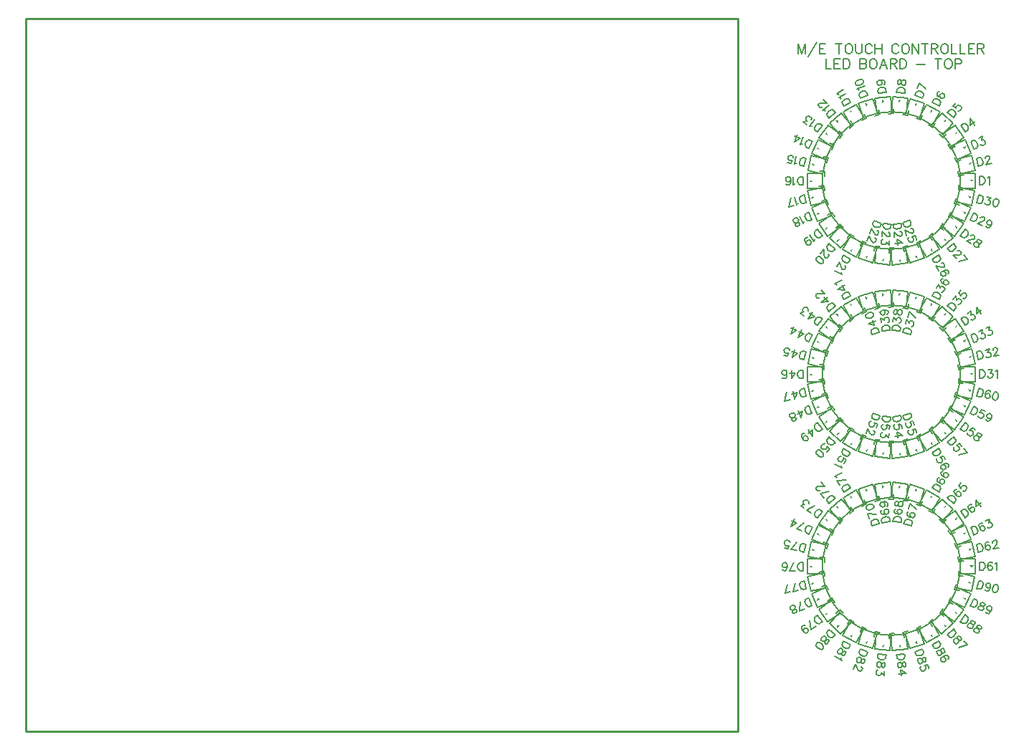
<source format=gto>
G04 Layer: TopSilkscreenLayer*
G04 EasyEDA v6.5.29, 2023-07-18 11:22:46*
G04 d896c42b98474c1f997fee1a3b510d80,5a6b42c53f6a479593ecc07194224c93,10*
G04 Gerber Generator version 0.2*
G04 Scale: 100 percent, Rotated: No, Reflected: No *
G04 Dimensions in millimeters *
G04 leading zeros omitted , absolute positions ,4 integer and 5 decimal *
%FSLAX45Y45*%
%MOMM*%

%ADD10C,0.2032*%
%ADD11C,0.1524*%
%ADD12C,0.1270*%
%ADD13C,0.2540*%

%LPD*%
D10*
X11633200Y10700258D02*
G01*
X11633200Y10585704D01*
X11633200Y10585704D02*
G01*
X11698731Y10585704D01*
X11734545Y10700258D02*
G01*
X11734545Y10585704D01*
X11734545Y10700258D02*
G01*
X11805665Y10700258D01*
X11734545Y10645647D02*
G01*
X11778234Y10645647D01*
X11734545Y10585704D02*
G01*
X11805665Y10585704D01*
X11841479Y10700258D02*
G01*
X11841479Y10585704D01*
X11841479Y10700258D02*
G01*
X11879834Y10700258D01*
X11896090Y10694670D01*
X11907011Y10683747D01*
X11912345Y10672826D01*
X11917934Y10656570D01*
X11917934Y10629392D01*
X11912345Y10612881D01*
X11907011Y10601960D01*
X11896090Y10591037D01*
X11879834Y10585704D01*
X11841479Y10585704D01*
X12037822Y10700258D02*
G01*
X12037822Y10585704D01*
X12037822Y10700258D02*
G01*
X12087097Y10700258D01*
X12103354Y10694670D01*
X12108941Y10689336D01*
X12114275Y10678413D01*
X12114275Y10667492D01*
X12108941Y10656570D01*
X12103354Y10650981D01*
X12087097Y10645647D01*
X12037822Y10645647D02*
G01*
X12087097Y10645647D01*
X12103354Y10640313D01*
X12108941Y10634726D01*
X12114275Y10623804D01*
X12114275Y10607547D01*
X12108941Y10596626D01*
X12103354Y10591037D01*
X12087097Y10585704D01*
X12037822Y10585704D01*
X12183109Y10700258D02*
G01*
X12172188Y10694670D01*
X12161265Y10683747D01*
X12155677Y10672826D01*
X12150343Y10656570D01*
X12150343Y10629392D01*
X12155677Y10612881D01*
X12161265Y10601960D01*
X12172188Y10591037D01*
X12183109Y10585704D01*
X12204954Y10585704D01*
X12215622Y10591037D01*
X12226543Y10601960D01*
X12232131Y10612881D01*
X12237465Y10629392D01*
X12237465Y10656570D01*
X12232131Y10672826D01*
X12226543Y10683747D01*
X12215622Y10694670D01*
X12204954Y10700258D01*
X12183109Y10700258D01*
X12317222Y10700258D02*
G01*
X12273534Y10585704D01*
X12317222Y10700258D02*
G01*
X12360909Y10585704D01*
X12290043Y10623804D02*
G01*
X12344400Y10623804D01*
X12396724Y10700258D02*
G01*
X12396724Y10585704D01*
X12396724Y10700258D02*
G01*
X12446000Y10700258D01*
X12462256Y10694670D01*
X12467843Y10689336D01*
X12473177Y10678413D01*
X12473177Y10667492D01*
X12467843Y10656570D01*
X12462256Y10650981D01*
X12446000Y10645647D01*
X12396724Y10645647D01*
X12435077Y10645647D02*
G01*
X12473177Y10585704D01*
X12509245Y10700258D02*
G01*
X12509245Y10585704D01*
X12509245Y10700258D02*
G01*
X12547345Y10700258D01*
X12563856Y10694670D01*
X12574777Y10683747D01*
X12580111Y10672826D01*
X12585445Y10656570D01*
X12585445Y10629392D01*
X12580111Y10612881D01*
X12574777Y10601960D01*
X12563856Y10591037D01*
X12547345Y10585704D01*
X12509245Y10585704D01*
X12705588Y10634726D02*
G01*
X12803631Y10634726D01*
X12961874Y10700258D02*
G01*
X12961874Y10585704D01*
X12923774Y10700258D02*
G01*
X13000227Y10700258D01*
X13068808Y10700258D02*
G01*
X13057886Y10694670D01*
X13046963Y10683747D01*
X13041629Y10672826D01*
X13036041Y10656570D01*
X13036041Y10629392D01*
X13041629Y10612881D01*
X13046963Y10601960D01*
X13057886Y10591037D01*
X13068808Y10585704D01*
X13090652Y10585704D01*
X13101574Y10591037D01*
X13112495Y10601960D01*
X13117829Y10612881D01*
X13123418Y10629392D01*
X13123418Y10656570D01*
X13117829Y10672826D01*
X13112495Y10683747D01*
X13101574Y10694670D01*
X13090652Y10700258D01*
X13068808Y10700258D01*
X13159486Y10700258D02*
G01*
X13159486Y10585704D01*
X13159486Y10700258D02*
G01*
X13208508Y10700258D01*
X13224763Y10694670D01*
X13230352Y10689336D01*
X13235686Y10678413D01*
X13235686Y10661904D01*
X13230352Y10650981D01*
X13224763Y10645647D01*
X13208508Y10640313D01*
X13159486Y10640313D01*
X11303000Y10878058D02*
G01*
X11303000Y10763504D01*
X11303000Y10878058D02*
G01*
X11346688Y10763504D01*
X11390375Y10878058D02*
G01*
X11346688Y10763504D01*
X11390375Y10878058D02*
G01*
X11390375Y10763504D01*
X11524488Y10899902D02*
G01*
X11426190Y10725150D01*
X11560556Y10878058D02*
G01*
X11560556Y10763504D01*
X11560556Y10878058D02*
G01*
X11631422Y10878058D01*
X11560556Y10823447D02*
G01*
X11603990Y10823447D01*
X11560556Y10763504D02*
G01*
X11631422Y10763504D01*
X11789663Y10878058D02*
G01*
X11789663Y10763504D01*
X11751309Y10878058D02*
G01*
X11827763Y10878058D01*
X11896343Y10878058D02*
G01*
X11885422Y10872470D01*
X11874754Y10861547D01*
X11869165Y10850626D01*
X11863831Y10834370D01*
X11863831Y10807192D01*
X11869165Y10790681D01*
X11874754Y10779760D01*
X11885422Y10768837D01*
X11896343Y10763504D01*
X11918188Y10763504D01*
X11929109Y10768837D01*
X11940031Y10779760D01*
X11945620Y10790681D01*
X11950954Y10807192D01*
X11950954Y10834370D01*
X11945620Y10850626D01*
X11940031Y10861547D01*
X11929109Y10872470D01*
X11918188Y10878058D01*
X11896343Y10878058D01*
X11987022Y10878058D02*
G01*
X11987022Y10796270D01*
X11992356Y10779760D01*
X12003277Y10768837D01*
X12019788Y10763504D01*
X12030709Y10763504D01*
X12046965Y10768837D01*
X12057888Y10779760D01*
X12063475Y10796270D01*
X12063475Y10878058D01*
X12181077Y10850626D02*
G01*
X12175743Y10861547D01*
X12164822Y10872470D01*
X12153900Y10878058D01*
X12132056Y10878058D01*
X12121134Y10872470D01*
X12110211Y10861547D01*
X12104877Y10850626D01*
X12099290Y10834370D01*
X12099290Y10807192D01*
X12104877Y10790681D01*
X12110211Y10779760D01*
X12121134Y10768837D01*
X12132056Y10763504D01*
X12153900Y10763504D01*
X12164822Y10768837D01*
X12175743Y10779760D01*
X12181077Y10790681D01*
X12217145Y10878058D02*
G01*
X12217145Y10763504D01*
X12293600Y10878058D02*
G01*
X12293600Y10763504D01*
X12217145Y10823447D02*
G01*
X12293600Y10823447D01*
X12495275Y10850626D02*
G01*
X12489941Y10861547D01*
X12479020Y10872470D01*
X12468097Y10878058D01*
X12446254Y10878058D01*
X12435331Y10872470D01*
X12424409Y10861547D01*
X12419075Y10850626D01*
X12413488Y10834370D01*
X12413488Y10807192D01*
X12419075Y10790681D01*
X12424409Y10779760D01*
X12435331Y10768837D01*
X12446254Y10763504D01*
X12468097Y10763504D01*
X12479020Y10768837D01*
X12489941Y10779760D01*
X12495275Y10790681D01*
X12564109Y10878058D02*
G01*
X12553188Y10872470D01*
X12542265Y10861547D01*
X12536931Y10850626D01*
X12531343Y10834370D01*
X12531343Y10807192D01*
X12536931Y10790681D01*
X12542265Y10779760D01*
X12553188Y10768837D01*
X12564109Y10763504D01*
X12585954Y10763504D01*
X12596875Y10768837D01*
X12607797Y10779760D01*
X12613131Y10790681D01*
X12618720Y10807192D01*
X12618720Y10834370D01*
X12613131Y10850626D01*
X12607797Y10861547D01*
X12596875Y10872470D01*
X12585954Y10878058D01*
X12564109Y10878058D01*
X12654534Y10878058D02*
G01*
X12654534Y10763504D01*
X12654534Y10878058D02*
G01*
X12730988Y10763504D01*
X12730988Y10878058D02*
G01*
X12730988Y10763504D01*
X12805156Y10878058D02*
G01*
X12805156Y10763504D01*
X12767056Y10878058D02*
G01*
X12843256Y10878058D01*
X12879324Y10878058D02*
G01*
X12879324Y10763504D01*
X12879324Y10878058D02*
G01*
X12928345Y10878058D01*
X12944856Y10872470D01*
X12950190Y10867136D01*
X12955777Y10856213D01*
X12955777Y10845292D01*
X12950190Y10834370D01*
X12944856Y10828781D01*
X12928345Y10823447D01*
X12879324Y10823447D01*
X12917424Y10823447D02*
G01*
X12955777Y10763504D01*
X13024358Y10878058D02*
G01*
X13013436Y10872470D01*
X13002513Y10861547D01*
X12997179Y10850626D01*
X12991845Y10834370D01*
X12991845Y10807192D01*
X12997179Y10790681D01*
X13002513Y10779760D01*
X13013436Y10768837D01*
X13024358Y10763504D01*
X13046202Y10763504D01*
X13057124Y10768837D01*
X13068045Y10779760D01*
X13073634Y10790681D01*
X13078968Y10807192D01*
X13078968Y10834370D01*
X13073634Y10850626D01*
X13068045Y10861547D01*
X13057124Y10872470D01*
X13046202Y10878058D01*
X13024358Y10878058D01*
X13115036Y10878058D02*
G01*
X13115036Y10763504D01*
X13115036Y10763504D02*
G01*
X13180568Y10763504D01*
X13216381Y10878058D02*
G01*
X13216381Y10763504D01*
X13216381Y10763504D02*
G01*
X13281913Y10763504D01*
X13317981Y10878058D02*
G01*
X13317981Y10763504D01*
X13317981Y10878058D02*
G01*
X13388847Y10878058D01*
X13317981Y10823447D02*
G01*
X13361416Y10823447D01*
X13317981Y10763504D02*
G01*
X13388847Y10763504D01*
X13424916Y10878058D02*
G01*
X13424916Y10763504D01*
X13424916Y10878058D02*
G01*
X13473938Y10878058D01*
X13490193Y10872470D01*
X13495781Y10867136D01*
X13501116Y10856213D01*
X13501116Y10845292D01*
X13495781Y10834370D01*
X13490193Y10828781D01*
X13473938Y10823447D01*
X13424916Y10823447D01*
X13463016Y10823447D02*
G01*
X13501116Y10763504D01*
D11*
X13449300Y9311337D02*
G01*
X13449300Y9215833D01*
X13449300Y9311337D02*
G01*
X13481050Y9311337D01*
X13494766Y9306765D01*
X13503909Y9297875D01*
X13508481Y9288731D01*
X13513054Y9275015D01*
X13513054Y9252409D01*
X13508481Y9238693D01*
X13503909Y9229549D01*
X13494766Y9220405D01*
X13481050Y9215833D01*
X13449300Y9215833D01*
X13543025Y9293303D02*
G01*
X13551916Y9297875D01*
X13565631Y9311337D01*
X13565631Y9215833D01*
X13415634Y9525033D02*
G01*
X13435490Y9431616D01*
X13415634Y9525033D02*
G01*
X13446691Y9531634D01*
X13461057Y9530013D01*
X13471850Y9523219D01*
X13478222Y9515226D01*
X13485548Y9502762D01*
X13490247Y9480649D01*
X13488626Y9466282D01*
X13486056Y9456386D01*
X13479012Y9445541D01*
X13466546Y9438218D01*
X13435490Y9431616D01*
X13516485Y9523359D02*
G01*
X13515533Y9527832D01*
X13517910Y9537425D01*
X13521430Y9542848D01*
X13529424Y9549221D01*
X13547313Y9553023D01*
X13556957Y9550400D01*
X13562380Y9546877D01*
X13568702Y9539132D01*
X13570602Y9530189D01*
X13568032Y9520293D01*
X13562187Y9505030D01*
X13527168Y9451103D01*
X13589281Y9464306D01*
X13344786Y9721720D02*
G01*
X13383630Y9634471D01*
X13344786Y9721720D02*
G01*
X13373790Y9734633D01*
X13388179Y9736035D01*
X13400148Y9731634D01*
X13408045Y9725139D01*
X13417801Y9714468D01*
X13426996Y9693818D01*
X13428398Y9679426D01*
X13427941Y9669213D01*
X13423305Y9657140D01*
X13412635Y9647387D01*
X13383630Y9634471D01*
X13438530Y9763457D02*
G01*
X13484242Y9783810D01*
X13474186Y9739574D01*
X13486716Y9745151D01*
X13496698Y9744590D01*
X13502733Y9742274D01*
X13512385Y9731834D01*
X13516107Y9723483D01*
X13517509Y9709091D01*
X13512873Y9697018D01*
X13502434Y9687366D01*
X13489904Y9681789D01*
X13475515Y9680387D01*
X13469711Y9682807D01*
X13461814Y9689302D01*
X13224921Y9914310D02*
G01*
X13280908Y9837252D01*
X13224921Y9914310D02*
G01*
X13250608Y9932972D01*
X13264243Y9937541D01*
X13277014Y9935519D01*
X13286089Y9930808D01*
X13297849Y9922400D01*
X13311136Y9904110D01*
X13315500Y9890328D01*
X13317176Y9880241D01*
X13315005Y9867676D01*
X13306595Y9855913D01*
X13280908Y9837252D01*
X13337529Y9996126D02*
G01*
X13338073Y9918029D01*
X13393143Y9958042D01*
X13337529Y9996126D02*
G01*
X13393516Y9919068D01*
X13071246Y10069799D02*
G01*
X13142219Y10005895D01*
X13071246Y10069799D02*
G01*
X13092490Y10093393D01*
X13105066Y10100528D01*
X13117809Y10101016D01*
X13127667Y10098295D01*
X13140918Y10092514D01*
X13157715Y10077386D01*
X13164850Y10064810D01*
X13168586Y10055296D01*
X13169244Y10042740D01*
X13163466Y10029489D01*
X13142219Y10005895D01*
X13170331Y10179847D02*
G01*
X13139910Y10146057D01*
X13167240Y10115295D01*
X13167093Y10121582D01*
X13172869Y10134836D01*
X13182048Y10145029D01*
X13194454Y10151973D01*
X13207179Y10152819D01*
X13220433Y10147038D01*
X13227227Y10140922D01*
X13234362Y10128346D01*
X13234847Y10115603D01*
X13229239Y10102537D01*
X13220059Y10092344D01*
X13207484Y10085212D01*
X13201027Y10084874D01*
X13191363Y10087424D01*
X12888691Y10189695D02*
G01*
X12971399Y10141943D01*
X12888691Y10189695D02*
G01*
X12904566Y10217190D01*
X12915384Y10226784D01*
X12927746Y10229910D01*
X12937954Y10229298D01*
X12952117Y10226398D01*
X12971693Y10215095D01*
X12981287Y10204277D01*
X12986920Y10195747D01*
X12990174Y10183601D01*
X12987276Y10169438D01*
X12971399Y10141943D01*
X12974612Y10311079D02*
G01*
X12964406Y10311691D01*
X12953715Y10302318D01*
X12949143Y10294399D01*
X12946245Y10280235D01*
X12953550Y10265458D01*
X12970842Y10250195D01*
X12990639Y10238765D01*
X13008764Y10233581D01*
X13021033Y10237053D01*
X13031853Y10246647D01*
X13034136Y10250606D01*
X13036908Y10264551D01*
X13033781Y10276916D01*
X13024192Y10287734D01*
X13020233Y10290020D01*
X13006064Y10292918D01*
X12993575Y10289570D01*
X12983105Y10280070D01*
X12980819Y10276111D01*
X12977700Y10262074D01*
X12981048Y10249585D01*
X12990639Y10238765D01*
X12685196Y10269014D02*
G01*
X12776027Y10239502D01*
X12685196Y10269014D02*
G01*
X12695008Y10299209D01*
X12703596Y10310842D01*
X12715039Y10316471D01*
X12725151Y10317995D01*
X12739608Y10318104D01*
X12761107Y10311117D01*
X12772740Y10302532D01*
X12780022Y10295359D01*
X12785730Y10284155D01*
X12785839Y10269700D01*
X12776027Y10239502D01*
X12733781Y10418546D02*
G01*
X12810563Y10345793D01*
X12714081Y10357911D02*
G01*
X12733781Y10418546D01*
X12469660Y10304292D02*
G01*
X12564640Y10294310D01*
X12469660Y10304292D02*
G01*
X12472979Y10335869D01*
X12478961Y10349034D01*
X12488981Y10356918D01*
X12498557Y10360510D01*
X12512675Y10363621D01*
X12535156Y10361259D01*
X12548321Y10355277D01*
X12556937Y10349776D01*
X12564846Y10340004D01*
X12567960Y10325887D01*
X12564640Y10294310D01*
X12481821Y10419986D02*
G01*
X12484935Y10405869D01*
X12493551Y10400365D01*
X12502644Y10399410D01*
X12512215Y10403004D01*
X12517719Y10411617D01*
X12523924Y10429354D01*
X12529878Y10442265D01*
X12539929Y10450403D01*
X12549502Y10453994D01*
X12563142Y10452562D01*
X12571503Y10447083D01*
X12575573Y10442059D01*
X12578687Y10427939D01*
X12576802Y10410004D01*
X12570820Y10396842D01*
X12565796Y10392773D01*
X12556477Y10389156D01*
X12542834Y10390588D01*
X12534221Y10396093D01*
X12526081Y10406141D01*
X12522969Y10420261D01*
X12520559Y10438648D01*
X12516967Y10448218D01*
X12508354Y10453720D01*
X12499258Y10454678D01*
X12489688Y10451086D01*
X12483706Y10437921D01*
X12481821Y10419986D01*
X12251494Y10293987D02*
G01*
X12346475Y10303972D01*
X12251494Y10293987D02*
G01*
X12248177Y10325564D01*
X12251291Y10339684D01*
X12259454Y10349481D01*
X12268072Y10354983D01*
X12281235Y10360964D01*
X12303716Y10363327D01*
X12317836Y10360212D01*
X12327407Y10356623D01*
X12337178Y10348709D01*
X12343157Y10335547D01*
X12346475Y10303972D01*
X12267366Y10449151D02*
G01*
X12281235Y10446011D01*
X12291283Y10437873D01*
X12297237Y10424962D01*
X12297717Y10420416D01*
X12294603Y10406296D01*
X12286465Y10396247D01*
X12273554Y10390294D01*
X12269007Y10389816D01*
X12254890Y10392928D01*
X12244839Y10401066D01*
X12238857Y10414228D01*
X12238380Y10418777D01*
X12241519Y10432641D01*
X12249658Y10442691D01*
X12267366Y10449151D01*
X12289850Y10451515D01*
X12313061Y10449356D01*
X12327407Y10441670D01*
X12333361Y10428757D01*
X12334318Y10419666D01*
X12331204Y10405546D01*
X12322840Y10400070D01*
X12040242Y10238549D02*
G01*
X12131073Y10268061D01*
X12040242Y10238549D02*
G01*
X12030433Y10268745D01*
X12030542Y10283205D01*
X12036491Y10294482D01*
X12043775Y10301658D01*
X12055408Y10310246D01*
X12076907Y10317231D01*
X12091365Y10317119D01*
X12101474Y10315597D01*
X12112675Y10309890D01*
X12121263Y10298259D01*
X12131073Y10268061D01*
X12028754Y10333098D02*
G01*
X12021581Y10340383D01*
X12004296Y10349186D01*
X12095126Y10378701D01*
X11986635Y10403540D02*
G01*
X11995142Y10392150D01*
X12011014Y10387693D01*
X12033925Y10390329D01*
X12046971Y10394569D01*
X12067298Y10405981D01*
X12077278Y10418836D01*
X12077466Y10433052D01*
X12074639Y10441749D01*
X12066051Y10453382D01*
X12050425Y10457916D01*
X12027347Y10454960D01*
X12014301Y10450720D01*
X11994136Y10439631D01*
X11983920Y10426694D01*
X11983811Y10412237D01*
X11986635Y10403540D01*
X11845132Y10140401D02*
G01*
X11927842Y10188153D01*
X11845132Y10140401D02*
G01*
X11829260Y10167896D01*
X11826359Y10182062D01*
X11829834Y10194333D01*
X11835467Y10202865D01*
X11845061Y10213682D01*
X11864637Y10224985D01*
X11878802Y10227884D01*
X11889005Y10228496D01*
X11901149Y10225239D01*
X11911967Y10215651D01*
X11927842Y10188153D01*
X11814235Y10230495D02*
G01*
X11805706Y10236128D01*
X11786969Y10241147D01*
X11869676Y10288899D01*
X11787819Y10276248D02*
G01*
X11779290Y10281881D01*
X11760680Y10286682D01*
X11843390Y10334434D01*
X11674693Y10003830D02*
G01*
X11745666Y10067737D01*
X11674693Y10003830D02*
G01*
X11653448Y10027427D01*
X11647667Y10040680D01*
X11648513Y10053403D01*
X11652252Y10062921D01*
X11659387Y10075496D01*
X11676184Y10090622D01*
X11689438Y10096403D01*
X11699290Y10099123D01*
X11711846Y10098463D01*
X11724421Y10091331D01*
X11745666Y10067737D01*
X11625740Y10085532D02*
G01*
X11616225Y10089268D01*
X11596852Y10090282D01*
X11667825Y10154188D01*
X11590726Y10131252D02*
G01*
X11587330Y10128191D01*
X11577472Y10125471D01*
X11571015Y10125809D01*
X11561671Y10129357D01*
X11549435Y10142948D01*
X11546713Y10152801D01*
X11547050Y10159260D01*
X11550787Y10168775D01*
X11557581Y10174894D01*
X11567436Y10177614D01*
X11583560Y10179824D01*
X11647771Y10176461D01*
X11605280Y10223652D01*
X11536372Y9834808D02*
G01*
X11592506Y9912073D01*
X11536372Y9834808D02*
G01*
X11510685Y9853470D01*
X11502275Y9865233D01*
X11500459Y9877854D01*
X11502136Y9887940D01*
X11506499Y9901725D01*
X11519786Y9920013D01*
X11531546Y9928423D01*
X11540619Y9933132D01*
X11553037Y9935098D01*
X11566822Y9930737D01*
X11592506Y9912073D01*
X11471501Y9904544D02*
G01*
X11461417Y9906223D01*
X11442258Y9903185D01*
X11498394Y9980452D01*
X11410612Y9926177D02*
G01*
X11370132Y9955590D01*
X11413822Y9969055D01*
X11402725Y9977117D01*
X11397866Y9985987D01*
X11396855Y9992372D01*
X11401422Y10006007D01*
X11406799Y10013403D01*
X11418354Y10021963D01*
X11430975Y10023779D01*
X11444762Y10019418D01*
X11455857Y10011356D01*
X11464061Y9999746D01*
X11465069Y9993358D01*
X11463545Y9983477D01*
X11436212Y9640719D02*
G01*
X11475057Y9727968D01*
X11436212Y9640719D02*
G01*
X11407208Y9653635D01*
X11396538Y9663391D01*
X11392136Y9675360D01*
X11391679Y9685573D01*
X11393081Y9699965D01*
X11402275Y9720615D01*
X11412032Y9731286D01*
X11419926Y9737780D01*
X11431666Y9742284D01*
X11446052Y9740882D01*
X11475057Y9727968D01*
X11358262Y9695446D02*
G01*
X11348049Y9694992D01*
X11329939Y9688037D01*
X11368786Y9775286D01*
X11261023Y9718720D02*
G01*
X11328488Y9758471D01*
X11266304Y9786160D01*
X11261023Y9718720D02*
G01*
X11299868Y9805969D01*
X11378600Y9430049D02*
G01*
X11398455Y9523468D01*
X11378600Y9430049D02*
G01*
X11347543Y9436651D01*
X11335077Y9443976D01*
X11328283Y9454766D01*
X11325712Y9464664D01*
X11324092Y9479031D01*
X11328793Y9501141D01*
X11336116Y9513608D01*
X11342489Y9521601D01*
X11353035Y9528449D01*
X11367399Y9530069D01*
X11398455Y9523468D01*
X11290973Y9467372D02*
G01*
X11281077Y9464804D01*
X11264811Y9454238D01*
X11284666Y9547654D01*
X11182078Y9471822D02*
G01*
X11226548Y9462371D01*
X11239522Y9501418D01*
X11234153Y9498147D01*
X11220033Y9496473D01*
X11206617Y9499325D01*
X11194153Y9506648D01*
X11187056Y9517245D01*
X11185685Y9531558D01*
X11187587Y9540504D01*
X11194661Y9553023D01*
X11205453Y9559815D01*
X11219822Y9561438D01*
X11233236Y9558586D01*
X11245453Y9551316D01*
X11248974Y9545891D01*
X11251600Y9536247D01*
X13437011Y9092491D02*
G01*
X13417153Y8999075D01*
X13437011Y9092491D02*
G01*
X13468314Y9085836D01*
X13480531Y9078567D01*
X13487575Y9067721D01*
X13490145Y9057825D01*
X13491819Y9043708D01*
X13487067Y9021345D01*
X13479795Y9009131D01*
X13473422Y9001135D01*
X13462576Y8994094D01*
X13448459Y8992420D01*
X13417153Y8999075D01*
X13537633Y9071102D02*
G01*
X13586576Y9060700D01*
X13552192Y9030876D01*
X13565609Y9028023D01*
X13573602Y9021650D01*
X13577122Y9016227D01*
X13578743Y9001861D01*
X13576896Y8993164D01*
X13569571Y8980698D01*
X13558728Y8973654D01*
X13544359Y8972034D01*
X13531192Y8974833D01*
X13518725Y8982158D01*
X13515205Y8987581D01*
X13512634Y8997475D01*
X13646950Y9047866D02*
G01*
X13632583Y9046245D01*
X13621037Y9034678D01*
X13611865Y9013517D01*
X13609012Y9000101D01*
X13608784Y8977038D01*
X13614628Y8961772D01*
X13627094Y8954449D01*
X13636038Y8952547D01*
X13650404Y8954168D01*
X13661951Y8965737D01*
X13671123Y8986898D01*
X13673975Y9000314D01*
X13674204Y9023377D01*
X13668359Y9038640D01*
X13655893Y9045966D01*
X13646950Y9047866D01*
X13379559Y8881691D02*
G01*
X13340715Y8794445D01*
X13379559Y8881691D02*
G01*
X13408563Y8868778D01*
X13419002Y8859126D01*
X13423739Y8847284D01*
X13424197Y8837071D01*
X13422795Y8822682D01*
X13413600Y8802029D01*
X13403844Y8791359D01*
X13395949Y8784866D01*
X13383877Y8780231D01*
X13369719Y8781529D01*
X13340715Y8794445D01*
X13459932Y8821160D02*
G01*
X13461791Y8825339D01*
X13469584Y8831600D01*
X13475619Y8833916D01*
X13485832Y8834374D01*
X13502307Y8827041D01*
X13508802Y8819144D01*
X13511118Y8813106D01*
X13511679Y8803126D01*
X13507961Y8794772D01*
X13500064Y8788278D01*
X13486132Y8779469D01*
X13426104Y8756426D01*
X13484346Y8730495D01*
X13591491Y8752578D02*
G01*
X13581969Y8741803D01*
X13569998Y8737401D01*
X13555609Y8738803D01*
X13551433Y8740663D01*
X13540762Y8750419D01*
X13536256Y8762156D01*
X13537658Y8776545D01*
X13539518Y8780721D01*
X13549274Y8791394D01*
X13561011Y8795898D01*
X13575400Y8794495D01*
X13579576Y8792636D01*
X13590247Y8782880D01*
X13594986Y8771041D01*
X13591491Y8752578D01*
X13582296Y8731925D01*
X13569055Y8712799D01*
X13555121Y8703988D01*
X13540732Y8705390D01*
X13532378Y8709108D01*
X13521941Y8718760D01*
X13521484Y8728974D01*
X13279292Y8687821D02*
G01*
X13223156Y8610556D01*
X13279292Y8687821D02*
G01*
X13304979Y8669159D01*
X13313387Y8657396D01*
X13315411Y8644625D01*
X13313735Y8634539D01*
X13309521Y8620963D01*
X13296084Y8602466D01*
X13284324Y8594059D01*
X13275398Y8589553D01*
X13262627Y8587531D01*
X13248843Y8591895D01*
X13223156Y8610556D01*
X13345380Y8611549D02*
G01*
X13348068Y8615248D01*
X13357141Y8619957D01*
X13363526Y8620968D01*
X13373407Y8619441D01*
X13388202Y8608692D01*
X13392911Y8599619D01*
X13393922Y8593234D01*
X13392043Y8583297D01*
X13386668Y8575901D01*
X13377948Y8571245D01*
X13362490Y8565525D01*
X13298982Y8555466D01*
X13350354Y8518141D01*
X13449233Y8564351D02*
G01*
X13435449Y8568715D01*
X13426376Y8564003D01*
X13421001Y8556607D01*
X13419475Y8546726D01*
X13424184Y8537653D01*
X13436292Y8523206D01*
X13444496Y8511593D01*
X13446518Y8498822D01*
X13444842Y8488735D01*
X13436930Y8477846D01*
X13427857Y8473135D01*
X13421471Y8472124D01*
X13407892Y8476338D01*
X13393097Y8487087D01*
X13384687Y8498847D01*
X13383676Y8505235D01*
X13385558Y8515169D01*
X13393470Y8526061D01*
X13402337Y8530920D01*
X13415111Y8532944D01*
X13428893Y8528580D01*
X13446173Y8521679D01*
X13456257Y8520003D01*
X13465180Y8524509D01*
X13470554Y8531905D01*
X13472231Y8541992D01*
X13464029Y8553602D01*
X13449233Y8564351D01*
X13140989Y8518728D02*
G01*
X13070017Y8454821D01*
X13140989Y8518728D02*
G01*
X13162234Y8495131D01*
X13168015Y8481880D01*
X13167337Y8468967D01*
X13163791Y8459619D01*
X13156486Y8447234D01*
X13139498Y8431936D01*
X13126605Y8426137D01*
X13116750Y8423417D01*
X13103837Y8424095D01*
X13091261Y8431227D01*
X13070017Y8454821D01*
X13189795Y8430740D02*
G01*
X13193003Y8433630D01*
X13202859Y8436350D01*
X13209315Y8436013D01*
X13218830Y8432276D01*
X13231068Y8418685D01*
X13233618Y8409020D01*
X13233280Y8402563D01*
X13229544Y8393046D01*
X13222937Y8387097D01*
X13213082Y8384377D01*
X13196943Y8381806D01*
X13132732Y8385169D01*
X13175221Y8337981D01*
X13308909Y8332233D02*
G01*
X13207514Y8302117D01*
X13266249Y8379612D02*
G01*
X13308909Y8332233D01*
X12970606Y8382264D02*
G01*
X12887899Y8334512D01*
X12970606Y8382264D02*
G01*
X12986481Y8354768D01*
X12989379Y8340603D01*
X12986034Y8328111D01*
X12980400Y8319579D01*
X12970809Y8308764D01*
X12951231Y8297461D01*
X12937065Y8294560D01*
X12927081Y8294075D01*
X12914591Y8297423D01*
X12903774Y8307016D01*
X12887899Y8334512D01*
X12999958Y8285706D02*
G01*
X13003918Y8287992D01*
X13013997Y8288822D01*
X13020240Y8287151D01*
X13028772Y8281517D01*
X13037916Y8265678D01*
X13038528Y8255474D01*
X13036730Y8249450D01*
X13031096Y8240918D01*
X13023176Y8236346D01*
X13012973Y8235734D01*
X12996870Y8236701D01*
X12934762Y8253341D01*
X12966512Y8198350D01*
X13079633Y8165993D02*
G01*
X13085264Y8174525D01*
X13082493Y8188469D01*
X13077921Y8196389D01*
X13067103Y8205980D01*
X13050654Y8207042D01*
X13028790Y8199699D01*
X13008993Y8188269D01*
X12995661Y8175292D01*
X12992315Y8162800D01*
X12995214Y8148637D01*
X12997500Y8144677D01*
X13008190Y8135305D01*
X13020680Y8131957D01*
X13034624Y8134728D01*
X13038584Y8137014D01*
X13048178Y8147832D01*
X13051523Y8160324D01*
X13048533Y8174141D01*
X13046247Y8178101D01*
X13035648Y8187819D01*
X13023159Y8191167D01*
X13008993Y8188269D01*
X12630805Y8794198D02*
G01*
X12539977Y8764686D01*
X12630805Y8794198D02*
G01*
X12640617Y8764003D01*
X12640508Y8749545D01*
X12634879Y8738102D01*
X12627594Y8730927D01*
X12615964Y8722342D01*
X12594463Y8715354D01*
X12580005Y8715466D01*
X12569896Y8716987D01*
X12558374Y8722857D01*
X12549786Y8734491D01*
X12539977Y8764686D01*
X12639682Y8693726D02*
G01*
X12644031Y8695138D01*
X12653899Y8693538D01*
X12659580Y8690843D01*
X12666753Y8683561D01*
X12672405Y8666167D01*
X12670883Y8656058D01*
X12667947Y8650297D01*
X12660828Y8643444D01*
X12652131Y8640617D01*
X12642100Y8641897D01*
X12626230Y8646358D01*
X12568938Y8675547D01*
X12588562Y8615156D01*
X12705529Y8564227D02*
G01*
X12691478Y8607465D01*
X12651173Y8599177D01*
X12656934Y8596243D01*
X12665522Y8584610D01*
X12669761Y8571565D01*
X12669570Y8557351D01*
X12663700Y8545827D01*
X12652311Y8537320D01*
X12643614Y8534493D01*
X12629156Y8534603D01*
X12617635Y8540475D01*
X12609126Y8551865D01*
X12604887Y8564910D01*
X12604998Y8579368D01*
X12607932Y8585128D01*
X12615217Y8592301D01*
X12522713Y8758819D02*
G01*
X12427732Y8748834D01*
X12522713Y8758819D02*
G01*
X12526032Y8727241D01*
X12522918Y8713122D01*
X12515034Y8703099D01*
X12506418Y8697597D01*
X12493254Y8691615D01*
X12470772Y8689253D01*
X12456655Y8692367D01*
X12447082Y8695959D01*
X12437033Y8704094D01*
X12431052Y8717259D01*
X12427732Y8748834D01*
X12510505Y8658694D02*
G01*
X12515052Y8659172D01*
X12524371Y8655555D01*
X12529398Y8651486D01*
X12534874Y8643122D01*
X12536784Y8624935D01*
X12533195Y8615362D01*
X12529126Y8610338D01*
X12520734Y8605116D01*
X12511641Y8604158D01*
X12502095Y8607498D01*
X12487498Y8615159D01*
X12437529Y8655621D01*
X12444168Y8592469D01*
X12547033Y8527427D02*
G01*
X12479154Y8565756D01*
X12486271Y8498055D01*
X12547033Y8527427D02*
G01*
X12452052Y8517445D01*
X12406312Y8748395D02*
G01*
X12311331Y8758379D01*
X12406312Y8748395D02*
G01*
X12402992Y8716820D01*
X12397011Y8703655D01*
X12386988Y8695771D01*
X12377417Y8692179D01*
X12363551Y8689040D01*
X12340816Y8691430D01*
X12327653Y8697409D01*
X12319289Y8702885D01*
X12311125Y8712682D01*
X12308011Y8726802D01*
X12311331Y8758379D01*
X12373328Y8653277D02*
G01*
X12377874Y8652799D01*
X12386490Y8647297D01*
X12390559Y8642273D01*
X12394150Y8632700D01*
X12392266Y8614765D01*
X12386764Y8606149D01*
X12381738Y8602080D01*
X12372167Y8598489D01*
X12363074Y8599444D01*
X12354709Y8604920D01*
X12342025Y8615448D01*
X12301560Y8665418D01*
X12294895Y8602014D01*
X12385786Y8553129D02*
G01*
X12380556Y8503366D01*
X12347303Y8534443D01*
X12345868Y8520803D01*
X12340366Y8512187D01*
X12335339Y8508118D01*
X12321247Y8505256D01*
X12312154Y8506213D01*
X12299218Y8511913D01*
X12291080Y8521964D01*
X12287966Y8536084D01*
X12289398Y8549723D01*
X12295355Y8562634D01*
X12300379Y8566703D01*
X12309698Y8570320D01*
X12292319Y8758425D02*
G01*
X12201489Y8787937D01*
X12292319Y8758425D02*
G01*
X12282507Y8728229D01*
X12273922Y8716596D01*
X12262398Y8710726D01*
X12252530Y8709126D01*
X12238073Y8709014D01*
X12216333Y8716078D01*
X12204943Y8724587D01*
X12197659Y8731763D01*
X12191789Y8743284D01*
X12191677Y8757742D01*
X12201489Y8787937D01*
X12240445Y8671923D02*
G01*
X12244550Y8670589D01*
X12251834Y8663416D01*
X12254849Y8657897D01*
X12256371Y8647788D01*
X12250719Y8630394D01*
X12243546Y8623109D01*
X12237786Y8620175D01*
X12227753Y8618893D01*
X12219299Y8621641D01*
X12211936Y8628573D01*
X12201718Y8641509D01*
X12172525Y8698798D01*
X12152904Y8638407D01*
X12211560Y8583025D02*
G01*
X12215667Y8581692D01*
X12222949Y8574519D01*
X12225886Y8568758D01*
X12227407Y8558649D01*
X12221834Y8541496D01*
X12214661Y8534212D01*
X12208901Y8531278D01*
X12198791Y8529754D01*
X12190336Y8532502D01*
X12183051Y8539675D01*
X12172833Y8552611D01*
X12143643Y8609901D01*
X12123940Y8549269D01*
X11926973Y8333023D02*
G01*
X11844263Y8380775D01*
X11926973Y8333023D02*
G01*
X11911098Y8305528D01*
X11900281Y8295934D01*
X11888010Y8292459D01*
X11877931Y8293293D01*
X11863768Y8296191D01*
X11844190Y8307494D01*
X11834596Y8318312D01*
X11828838Y8326622D01*
X11825490Y8339114D01*
X11828388Y8353280D01*
X11844263Y8380775D01*
X11858373Y8259417D02*
G01*
X11862333Y8257131D01*
X11867746Y8248728D01*
X11869420Y8242482D01*
X11868807Y8232277D01*
X11859663Y8216440D01*
X11851259Y8211027D01*
X11845013Y8209353D01*
X11835028Y8209838D01*
X11827108Y8214410D01*
X11821477Y8222942D01*
X11814169Y8237717D01*
X11797527Y8299825D01*
X11765650Y8244613D01*
X11817756Y8179922D02*
G01*
X11817144Y8169716D01*
X11821944Y8151108D01*
X11739234Y8198860D01*
X11744619Y8452858D02*
G01*
X11673646Y8516762D01*
X11744619Y8452858D02*
G01*
X11723375Y8429261D01*
X11710799Y8422129D01*
X11697886Y8421451D01*
X11688030Y8424174D01*
X11674779Y8429952D01*
X11657980Y8445080D01*
X11650845Y8457653D01*
X11647109Y8467171D01*
X11646621Y8479914D01*
X11652402Y8493168D01*
X11673646Y8516762D01*
X11661858Y8395103D02*
G01*
X11665254Y8392045D01*
X11669161Y8382718D01*
X11669499Y8376259D01*
X11666778Y8366406D01*
X11654541Y8352815D01*
X11645026Y8349079D01*
X11638739Y8348929D01*
X11628884Y8351649D01*
X11622087Y8357768D01*
X11618353Y8367285D01*
X11614297Y8382899D01*
X11610931Y8447110D01*
X11568442Y8399919D01*
X11601005Y8293356D02*
G01*
X11606784Y8306607D01*
X11602709Y8322581D01*
X11588780Y8341276D01*
X11578777Y8350283D01*
X11558729Y8362182D01*
X11542605Y8364395D01*
X11530030Y8357260D01*
X11523913Y8350465D01*
X11518303Y8337402D01*
X11522189Y8321598D01*
X11536116Y8302904D01*
X11546121Y8293897D01*
X11566169Y8281997D01*
X11582481Y8279615D01*
X11594886Y8286562D01*
X11601005Y8293356D01*
X11590870Y8608220D02*
G01*
X11534734Y8685484D01*
X11590870Y8608220D02*
G01*
X11565183Y8589558D01*
X11551401Y8585194D01*
X11538778Y8587011D01*
X11529705Y8591722D01*
X11517942Y8600132D01*
X11504655Y8618420D01*
X11500291Y8632205D01*
X11498618Y8642289D01*
X11500639Y8655060D01*
X11509049Y8666822D01*
X11534734Y8685484D01*
X11504444Y8567719D02*
G01*
X11499941Y8558794D01*
X11496756Y8539840D01*
X11440619Y8617104D01*
X11405966Y8513124D02*
G01*
X11401602Y8526909D01*
X11403777Y8539474D01*
X11411978Y8551087D01*
X11415679Y8553775D01*
X11429461Y8558138D01*
X11442085Y8556320D01*
X11453845Y8547910D01*
X11456532Y8544212D01*
X11460896Y8530427D01*
X11458724Y8517862D01*
X11450314Y8506101D01*
X11446616Y8503414D01*
X11433037Y8499198D01*
X11420416Y8501016D01*
X11405966Y8513124D01*
X11392679Y8531412D01*
X11382941Y8552594D01*
X11382278Y8569065D01*
X11390480Y8580678D01*
X11397879Y8586053D01*
X11411663Y8590414D01*
X11420736Y8585705D01*
X11471013Y8800879D02*
G01*
X11432169Y8888128D01*
X11471013Y8800879D02*
G01*
X11442009Y8787965D01*
X11427620Y8786563D01*
X11415651Y8790965D01*
X11407754Y8797460D01*
X11397998Y8808130D01*
X11388803Y8828780D01*
X11387401Y8843172D01*
X11387858Y8853385D01*
X11392494Y8865458D01*
X11403164Y8875212D01*
X11432169Y8888128D01*
X11378056Y8779233D02*
G01*
X11371795Y8771440D01*
X11364739Y8753563D01*
X11325895Y8840810D01*
X11316474Y8732075D02*
G01*
X11327145Y8741829D01*
X11327706Y8751811D01*
X11323988Y8760165D01*
X11316091Y8766657D01*
X11305877Y8767114D01*
X11287544Y8763957D01*
X11273154Y8762555D01*
X11261183Y8766957D01*
X11253289Y8773452D01*
X11247709Y8785981D01*
X11248169Y8796195D01*
X11250485Y8802230D01*
X11261156Y8811986D01*
X11277630Y8819321D01*
X11292019Y8820724D01*
X11298057Y8818407D01*
X11305951Y8811912D01*
X11311531Y8799382D01*
X11311074Y8789169D01*
X11306335Y8777328D01*
X11295664Y8767574D01*
X11281049Y8756060D01*
X11274557Y8748166D01*
X11274099Y8737953D01*
X11277818Y8729599D01*
X11285611Y8723337D01*
X11300000Y8724739D01*
X11316474Y8732075D01*
X11400165Y8997566D02*
G01*
X11380309Y9090982D01*
X11400165Y8997566D02*
G01*
X11369108Y8990964D01*
X11354742Y8992585D01*
X11343949Y8999380D01*
X11337577Y9007373D01*
X11330251Y9019837D01*
X11325552Y9041950D01*
X11327173Y9056316D01*
X11329743Y9066212D01*
X11336787Y9077058D01*
X11349253Y9084381D01*
X11380309Y9090982D01*
X11304737Y8995717D02*
G01*
X11296992Y8989397D01*
X11286375Y8973378D01*
X11266517Y9066796D01*
X11194696Y8953891D02*
G01*
X11219314Y9056761D01*
X11257059Y8967147D02*
G01*
X11194696Y8953891D01*
X11366500Y9211261D02*
G01*
X11366500Y9306765D01*
X11366500Y9211261D02*
G01*
X11334750Y9211261D01*
X11321034Y9215833D01*
X11311890Y9224723D01*
X11307318Y9233867D01*
X11302745Y9247583D01*
X11302745Y9270189D01*
X11307318Y9283905D01*
X11311890Y9293049D01*
X11321034Y9302193D01*
X11334750Y9306765D01*
X11366500Y9306765D01*
X11272774Y9229295D02*
G01*
X11263884Y9224723D01*
X11250168Y9211261D01*
X11250168Y9306765D01*
X11165586Y9224723D02*
G01*
X11170158Y9215833D01*
X11183874Y9211261D01*
X11192763Y9211261D01*
X11206479Y9215833D01*
X11215624Y9229295D01*
X11220195Y9252155D01*
X11220195Y9274761D01*
X11215624Y9293049D01*
X11206479Y9302193D01*
X11192763Y9306765D01*
X11188191Y9306765D01*
X11174729Y9302193D01*
X11165586Y9293049D01*
X11161013Y9279333D01*
X11161013Y9274761D01*
X11165586Y9261299D01*
X11174729Y9252155D01*
X11188191Y9247583D01*
X11192763Y9247583D01*
X11206479Y9252155D01*
X11215624Y9261299D01*
X11220195Y9274761D01*
X11366385Y6925264D02*
G01*
X11366385Y7020768D01*
X11366385Y6925264D02*
G01*
X11334635Y6925264D01*
X11320919Y6929836D01*
X11311775Y6938726D01*
X11307203Y6947870D01*
X11302631Y6961586D01*
X11302631Y6984192D01*
X11307203Y6997908D01*
X11311775Y7007052D01*
X11320919Y7016196D01*
X11334635Y7020768D01*
X11366385Y7020768D01*
X11227193Y6925264D02*
G01*
X11272659Y6988764D01*
X11204587Y6988764D01*
X11227193Y6925264D02*
G01*
X11227193Y7020768D01*
X11120005Y6938726D02*
G01*
X11124577Y6929836D01*
X11138293Y6925264D01*
X11147183Y6925264D01*
X11160899Y6929836D01*
X11170043Y6943298D01*
X11174615Y6966158D01*
X11174615Y6988764D01*
X11170043Y7007052D01*
X11160899Y7016196D01*
X11147183Y7020768D01*
X11142865Y7020768D01*
X11129149Y7016196D01*
X11120005Y7007052D01*
X11115433Y6993336D01*
X11115433Y6988764D01*
X11120005Y6975302D01*
X11129149Y6966158D01*
X11142865Y6961586D01*
X11147183Y6961586D01*
X11160899Y6966158D01*
X11170043Y6975302D01*
X11174615Y6988764D01*
X11400050Y6711566D02*
G01*
X11380193Y6804985D01*
X11400050Y6711566D02*
G01*
X11368994Y6704964D01*
X11354628Y6706585D01*
X11343835Y6713380D01*
X11337462Y6721373D01*
X11330137Y6733839D01*
X11325438Y6755952D01*
X11327058Y6770319D01*
X11329629Y6780215D01*
X11336672Y6791058D01*
X11349139Y6798383D01*
X11380193Y6804985D01*
X11263899Y6682628D02*
G01*
X11295169Y6754192D01*
X11228585Y6740039D01*
X11263899Y6682628D02*
G01*
X11244044Y6776044D01*
X11150109Y6658439D02*
G01*
X11174727Y6761309D01*
X11212471Y6671696D02*
G01*
X11150109Y6658439D01*
X11470899Y6514881D02*
G01*
X11432054Y6602128D01*
X11470899Y6514881D02*
G01*
X11441894Y6501968D01*
X11427505Y6500566D01*
X11415534Y6504967D01*
X11407640Y6511460D01*
X11397884Y6522130D01*
X11388689Y6542783D01*
X11387287Y6557172D01*
X11387744Y6567385D01*
X11392377Y6579458D01*
X11403050Y6589214D01*
X11432054Y6602128D01*
X11343741Y6458267D02*
G01*
X11359448Y6534769D01*
X11297262Y6507081D01*
X11343741Y6458267D02*
G01*
X11304897Y6545513D01*
X11274826Y6427584D02*
G01*
X11285496Y6437337D01*
X11286055Y6447320D01*
X11282337Y6455674D01*
X11274440Y6462166D01*
X11264229Y6462623D01*
X11245893Y6459466D01*
X11231504Y6458064D01*
X11219535Y6462466D01*
X11211638Y6468960D01*
X11206060Y6481490D01*
X11206518Y6491704D01*
X11208834Y6497739D01*
X11219505Y6507495D01*
X11235979Y6514830D01*
X11250371Y6516232D01*
X11256406Y6513916D01*
X11264303Y6507421D01*
X11269880Y6494891D01*
X11269423Y6484678D01*
X11264686Y6472836D01*
X11254016Y6463080D01*
X11239400Y6451569D01*
X11232906Y6443675D01*
X11232448Y6433461D01*
X11236167Y6425107D01*
X11243960Y6418846D01*
X11258349Y6420248D01*
X11274826Y6427584D01*
X11590756Y6322220D02*
G01*
X11534620Y6399484D01*
X11590756Y6322220D02*
G01*
X11565069Y6303558D01*
X11551284Y6299194D01*
X11538663Y6301013D01*
X11529588Y6305722D01*
X11517828Y6314132D01*
X11504541Y6332420D01*
X11500177Y6346205D01*
X11498501Y6356289D01*
X11500525Y6369062D01*
X11508933Y6380822D01*
X11534620Y6399484D01*
X11478148Y6240406D02*
G01*
X11477604Y6318501D01*
X11422534Y6278491D01*
X11478148Y6240406D02*
G01*
X11422011Y6317670D01*
X11369067Y6200401D02*
G01*
X11364706Y6214183D01*
X11366878Y6226751D01*
X11375288Y6238511D01*
X11378780Y6241051D01*
X11392565Y6245412D01*
X11405186Y6243596D01*
X11416949Y6235186D01*
X11419636Y6231488D01*
X11423997Y6217704D01*
X11421826Y6205138D01*
X11413418Y6193375D01*
X11409923Y6190838D01*
X11396139Y6186474D01*
X11383518Y6188293D01*
X11369067Y6200401D01*
X11355781Y6218689D01*
X11346042Y6239870D01*
X11345379Y6256342D01*
X11353787Y6268102D01*
X11360980Y6273327D01*
X11374765Y6277691D01*
X11383838Y6272982D01*
X11744505Y6166858D02*
G01*
X11673532Y6230762D01*
X11744505Y6166858D02*
G01*
X11723260Y6143261D01*
X11710685Y6136129D01*
X11697769Y6135451D01*
X11687916Y6138174D01*
X11674662Y6143952D01*
X11657863Y6159078D01*
X11650731Y6171653D01*
X11646994Y6181171D01*
X11646507Y6193914D01*
X11652285Y6207168D01*
X11673532Y6230762D01*
X11645417Y6056810D02*
G01*
X11675841Y6090599D01*
X11648150Y6121341D01*
X11648660Y6115072D01*
X11642879Y6101821D01*
X11633702Y6091628D01*
X11621127Y6084493D01*
X11608572Y6083835D01*
X11595318Y6089616D01*
X11588523Y6095735D01*
X11581389Y6108311D01*
X11580731Y6120866D01*
X11586512Y6134117D01*
X11595689Y6144310D01*
X11608264Y6151443D01*
X11614551Y6151592D01*
X11624218Y6149042D01*
X11600888Y6007356D02*
G01*
X11606669Y6020607D01*
X11602595Y6036581D01*
X11588666Y6055276D01*
X11578661Y6064283D01*
X11558612Y6076182D01*
X11542491Y6078395D01*
X11529915Y6071260D01*
X11523967Y6064653D01*
X11518186Y6051402D01*
X11522072Y6035598D01*
X11536001Y6016904D01*
X11546006Y6007897D01*
X11566052Y5995997D01*
X11582364Y5993615D01*
X11594939Y6000750D01*
X11600888Y6007356D01*
X11926857Y6047023D02*
G01*
X11844149Y6094775D01*
X11926857Y6047023D02*
G01*
X11910982Y6019525D01*
X11900164Y6009934D01*
X11887893Y6006459D01*
X11877817Y6007293D01*
X11863651Y6010191D01*
X11844075Y6021494D01*
X11834482Y6032312D01*
X11828721Y6040622D01*
X11825376Y6053114D01*
X11828274Y6067277D01*
X11844149Y6094775D01*
X11852816Y5918779D02*
G01*
X11875549Y5958154D01*
X11842419Y5982561D01*
X11844093Y5976315D01*
X11841195Y5962152D01*
X11834337Y5950272D01*
X11823646Y5940899D01*
X11811154Y5937554D01*
X11797212Y5940325D01*
X11789293Y5944897D01*
X11779699Y5955715D01*
X11776354Y5968204D01*
X11779125Y5982149D01*
X11785983Y5994029D01*
X11796801Y6003620D01*
X11803044Y6005294D01*
X11813250Y6004681D01*
X11817642Y5893922D02*
G01*
X11817027Y5883716D01*
X11821828Y5865106D01*
X11739120Y5912858D01*
X12276208Y6481823D02*
G01*
X12185378Y6511335D01*
X12276208Y6481823D02*
G01*
X12266396Y6451627D01*
X12257808Y6439997D01*
X12246287Y6434124D01*
X12236419Y6432524D01*
X12221961Y6432415D01*
X12200221Y6439479D01*
X12188830Y6447988D01*
X12181547Y6455161D01*
X12175675Y6466682D01*
X12175566Y6481140D01*
X12185378Y6511335D01*
X12230369Y6340749D02*
G01*
X12244417Y6383987D01*
X12206940Y6400975D01*
X12209873Y6395212D01*
X12210061Y6380998D01*
X12205825Y6367952D01*
X12197237Y6356319D01*
X12185794Y6350690D01*
X12171337Y6350581D01*
X12162881Y6353329D01*
X12151250Y6361915D01*
X12145299Y6373195D01*
X12145190Y6387652D01*
X12149429Y6400698D01*
X12157938Y6412087D01*
X12163699Y6415023D01*
X12173808Y6416545D01*
X12195446Y6306426D02*
G01*
X12199553Y6305090D01*
X12206838Y6297917D01*
X12209774Y6292156D01*
X12211296Y6282047D01*
X12205723Y6264894D01*
X12198550Y6257612D01*
X12192787Y6254676D01*
X12182678Y6253154D01*
X12174225Y6255900D01*
X12166940Y6263076D01*
X12156721Y6276009D01*
X12127529Y6333299D01*
X12107829Y6272667D01*
X12399576Y6468676D02*
G01*
X12304595Y6478658D01*
X12399576Y6468676D02*
G01*
X12396231Y6436847D01*
X12390277Y6423936D01*
X12380226Y6415798D01*
X12370655Y6412207D01*
X12356790Y6409067D01*
X12334054Y6411457D01*
X12321143Y6417411D01*
X12312528Y6422913D01*
X12304389Y6432964D01*
X12301250Y6446829D01*
X12304595Y6478658D01*
X12384069Y6321153D02*
G01*
X12388822Y6366370D01*
X12348631Y6375191D01*
X12352700Y6370165D01*
X12355840Y6356299D01*
X12354405Y6342659D01*
X12348425Y6329497D01*
X12338375Y6321358D01*
X12324257Y6318244D01*
X12315162Y6319199D01*
X12302253Y6325153D01*
X12294115Y6335204D01*
X12291001Y6349324D01*
X12292434Y6362964D01*
X12298390Y6375874D01*
X12303414Y6379944D01*
X12312985Y6383535D01*
X12379053Y6273408D02*
G01*
X12373823Y6223645D01*
X12340539Y6254470D01*
X12339106Y6240830D01*
X12333630Y6232466D01*
X12328606Y6228397D01*
X12314486Y6225286D01*
X12305393Y6226241D01*
X12292482Y6232194D01*
X12284344Y6242245D01*
X12281204Y6256111D01*
X12282637Y6269751D01*
X12288619Y6282913D01*
X12293617Y6286731D01*
X12303188Y6290322D01*
X12519301Y6482214D02*
G01*
X12424321Y6472232D01*
X12519301Y6482214D02*
G01*
X12522621Y6450639D01*
X12519507Y6436520D01*
X12511623Y6426497D01*
X12503007Y6420995D01*
X12489842Y6415013D01*
X12467361Y6412651D01*
X12453244Y6415765D01*
X12443670Y6419354D01*
X12433622Y6427492D01*
X12427640Y6440657D01*
X12424321Y6472232D01*
X12534808Y6334691D02*
G01*
X12530056Y6379908D01*
X12488908Y6380182D01*
X12493932Y6376113D01*
X12499886Y6363202D01*
X12501321Y6349560D01*
X12498207Y6335443D01*
X12490043Y6325646D01*
X12477132Y6319690D01*
X12468039Y6318735D01*
X12453919Y6321849D01*
X12443896Y6329733D01*
X12437915Y6342898D01*
X12436482Y6356537D01*
X12439622Y6370403D01*
X12443691Y6375427D01*
X12452306Y6380932D01*
X12543622Y6250825D02*
G01*
X12475718Y6289405D01*
X12482860Y6221453D01*
X12543622Y6250825D02*
G01*
X12448641Y6240843D01*
X12632258Y6515501D02*
G01*
X12541427Y6485989D01*
X12632258Y6515501D02*
G01*
X12642067Y6485305D01*
X12641958Y6470848D01*
X12636329Y6459402D01*
X12629045Y6452229D01*
X12617414Y6443642D01*
X12595913Y6436657D01*
X12581458Y6436766D01*
X12571349Y6438290D01*
X12559825Y6444160D01*
X12551239Y6455793D01*
X12541427Y6485989D01*
X12678095Y6374424D02*
G01*
X12664046Y6417665D01*
X12623741Y6409377D01*
X12629502Y6406441D01*
X12638008Y6395051D01*
X12642248Y6382006D01*
X12642138Y6367548D01*
X12636190Y6356268D01*
X12624798Y6347759D01*
X12616103Y6344935D01*
X12601646Y6345044D01*
X12590200Y6350673D01*
X12581615Y6362306D01*
X12577376Y6375349D01*
X12577564Y6389565D01*
X12580500Y6395326D01*
X12587782Y6402501D01*
X12706979Y6285527D02*
G01*
X12692931Y6328768D01*
X12652623Y6320480D01*
X12658387Y6317543D01*
X12666972Y6305913D01*
X12671211Y6292867D01*
X12671023Y6278651D01*
X12665151Y6267129D01*
X12653761Y6258620D01*
X12645064Y6255796D01*
X12630607Y6255905D01*
X12619085Y6261775D01*
X12610576Y6273167D01*
X12606340Y6286210D01*
X12606449Y6300668D01*
X12609385Y6306431D01*
X12616667Y6313604D01*
X12970494Y6096259D02*
G01*
X12887784Y6048507D01*
X12970494Y6096259D02*
G01*
X12986369Y6068763D01*
X12989267Y6054600D01*
X12985920Y6042108D01*
X12980288Y6033576D01*
X12970695Y6022759D01*
X12951119Y6011456D01*
X12936954Y6008557D01*
X12926969Y6008072D01*
X12914477Y6011420D01*
X12903659Y6021011D01*
X12887784Y6048507D01*
X13044535Y5968017D02*
G01*
X13021802Y6007392D01*
X12984228Y5990683D01*
X12990126Y5989104D01*
X13000944Y5979513D01*
X13007802Y5967633D01*
X13010700Y5953467D01*
X13007446Y5941324D01*
X12997855Y5930506D01*
X12989935Y5925934D01*
X12975991Y5923163D01*
X12963626Y5926289D01*
X12952808Y5935883D01*
X12945950Y5947763D01*
X12943052Y5961926D01*
X12944853Y5967950D01*
X12950266Y5976355D01*
X13079519Y5879990D02*
G01*
X13085152Y5888522D01*
X13082254Y5902685D01*
X13077809Y5910384D01*
X13066991Y5919978D01*
X13050542Y5921039D01*
X13028678Y5913694D01*
X13008881Y5902264D01*
X12995549Y5889289D01*
X12992201Y5876797D01*
X12995099Y5862632D01*
X12997385Y5858672D01*
X13008076Y5849302D01*
X13020568Y5845954D01*
X13034512Y5848725D01*
X13038472Y5851011D01*
X13048063Y5861829D01*
X13051411Y5874321D01*
X13048419Y5888136D01*
X13046133Y5892096D01*
X13035536Y5901817D01*
X13023044Y5905164D01*
X13008881Y5902264D01*
X13140877Y6232723D02*
G01*
X13069905Y6168819D01*
X13140877Y6232723D02*
G01*
X13162122Y6209129D01*
X13167903Y6195877D01*
X13167225Y6182961D01*
X13163679Y6173617D01*
X13156374Y6161229D01*
X13139386Y6145933D01*
X13126493Y6140135D01*
X13116638Y6137414D01*
X13103725Y6138090D01*
X13091149Y6145225D01*
X13069905Y6168819D01*
X13239963Y6122677D02*
G01*
X13209541Y6156464D01*
X13176092Y6132499D01*
X13182549Y6132161D01*
X13195124Y6125027D01*
X13204301Y6114834D01*
X13209912Y6101770D01*
X13209236Y6088857D01*
X13202102Y6076281D01*
X13195495Y6070333D01*
X13182244Y6064552D01*
X13169328Y6065230D01*
X13156923Y6072174D01*
X13147746Y6082367D01*
X13141965Y6095619D01*
X13142305Y6102078D01*
X13146209Y6111405D01*
X13308797Y6046231D02*
G01*
X13207400Y6016114D01*
X13266138Y6093609D02*
G01*
X13308797Y6046231D01*
X13279180Y6401818D02*
G01*
X13223044Y6324554D01*
X13279180Y6401818D02*
G01*
X13304867Y6383154D01*
X13313275Y6371394D01*
X13315299Y6358620D01*
X13313623Y6348536D01*
X13309409Y6334958D01*
X13295972Y6316464D01*
X13284212Y6308054D01*
X13275287Y6303551D01*
X13262516Y6301526D01*
X13248731Y6305890D01*
X13223044Y6324554D01*
X13399188Y6314627D02*
G01*
X13362404Y6341351D01*
X13334669Y6310955D01*
X13341055Y6311966D01*
X13354634Y6307752D01*
X13365728Y6299690D01*
X13374138Y6287930D01*
X13375957Y6275306D01*
X13371593Y6261524D01*
X13366219Y6254125D01*
X13354606Y6245920D01*
X13342040Y6243749D01*
X13328256Y6248112D01*
X13317159Y6256174D01*
X13308957Y6267785D01*
X13307943Y6274173D01*
X13309620Y6284257D01*
X13449122Y6278349D02*
G01*
X13435337Y6282712D01*
X13426264Y6278001D01*
X13420890Y6270604D01*
X13419363Y6260724D01*
X13424072Y6251651D01*
X13436180Y6237203D01*
X13444385Y6225590D01*
X13446406Y6212819D01*
X13444733Y6202733D01*
X13436818Y6191841D01*
X13427745Y6187132D01*
X13421359Y6186121D01*
X13407781Y6190335D01*
X13392985Y6201084D01*
X13384575Y6212845D01*
X13383564Y6219230D01*
X13385241Y6229316D01*
X13393153Y6240205D01*
X13402228Y6244917D01*
X13414999Y6246939D01*
X13428784Y6242578D01*
X13446061Y6235674D01*
X13456145Y6234000D01*
X13465070Y6238504D01*
X13470445Y6245903D01*
X13472121Y6255986D01*
X13463917Y6267599D01*
X13449122Y6278349D01*
X13379447Y6595689D02*
G01*
X13340603Y6508440D01*
X13379447Y6595689D02*
G01*
X13408454Y6582773D01*
X13418891Y6573121D01*
X13423628Y6561282D01*
X13424087Y6551068D01*
X13422685Y6536677D01*
X13413491Y6516027D01*
X13403734Y6505356D01*
X13395838Y6498861D01*
X13383765Y6494228D01*
X13369607Y6495526D01*
X13340603Y6508440D01*
X13514727Y6535458D02*
G01*
X13473193Y6553949D01*
X13452383Y6518450D01*
X13458418Y6520769D01*
X13472807Y6519367D01*
X13485106Y6513890D01*
X13495776Y6504134D01*
X13500412Y6492062D01*
X13499111Y6477904D01*
X13495393Y6469552D01*
X13485637Y6458882D01*
X13473564Y6454246D01*
X13459175Y6455648D01*
X13446876Y6461125D01*
X13436206Y6470881D01*
X13433889Y6476916D01*
X13433432Y6487129D01*
X13591382Y6466573D02*
G01*
X13581857Y6455801D01*
X13569889Y6451399D01*
X13555499Y6452801D01*
X13551321Y6454660D01*
X13540651Y6464416D01*
X13536145Y6476154D01*
X13537547Y6490543D01*
X13539409Y6494719D01*
X13549162Y6505389D01*
X13560899Y6509895D01*
X13575291Y6508493D01*
X13579467Y6506634D01*
X13590137Y6496878D01*
X13594875Y6485036D01*
X13591382Y6466573D01*
X13582187Y6445923D01*
X13568944Y6426794D01*
X13555012Y6417985D01*
X13540623Y6419387D01*
X13532269Y6423106D01*
X13521829Y6432758D01*
X13521372Y6442971D01*
X13436899Y6806488D02*
G01*
X13417044Y6713070D01*
X13436899Y6806488D02*
G01*
X13468205Y6799834D01*
X13480422Y6792561D01*
X13487466Y6781718D01*
X13490036Y6771822D01*
X13491710Y6757705D01*
X13486958Y6735343D01*
X13479686Y6723126D01*
X13473313Y6715132D01*
X13462467Y6708089D01*
X13448350Y6706417D01*
X13417044Y6713070D01*
X13579142Y6762231D02*
G01*
X13576571Y6772125D01*
X13564108Y6779450D01*
X13555162Y6781350D01*
X13541044Y6779676D01*
X13529249Y6768162D01*
X13520077Y6747002D01*
X13515322Y6724639D01*
X13516046Y6706049D01*
X13523089Y6695203D01*
X13535306Y6687934D01*
X13539777Y6686981D01*
X13554146Y6688602D01*
X13564989Y6695645D01*
X13572314Y6708112D01*
X13573211Y6712336D01*
X13571590Y6726702D01*
X13564547Y6737548D01*
X13552083Y6744870D01*
X13547610Y6745823D01*
X13533493Y6744149D01*
X13522647Y6737106D01*
X13515322Y6724639D01*
X13642367Y6762813D02*
G01*
X13628001Y6761192D01*
X13616454Y6749625D01*
X13607282Y6728465D01*
X13604430Y6715048D01*
X13604201Y6691985D01*
X13610046Y6676720D01*
X13622512Y6669397D01*
X13631456Y6667497D01*
X13645822Y6669115D01*
X13657371Y6680685D01*
X13666543Y6701845D01*
X13669393Y6715262D01*
X13669622Y6738325D01*
X13663777Y6753590D01*
X13651313Y6760913D01*
X13642367Y6762813D01*
X11378463Y7144067D02*
G01*
X11398321Y7237486D01*
X11378463Y7144067D02*
G01*
X11347406Y7150668D01*
X11334940Y7157994D01*
X11328145Y7168786D01*
X11325575Y7178680D01*
X11323954Y7193046D01*
X11328656Y7215159D01*
X11335979Y7227625D01*
X11342298Y7235370D01*
X11352895Y7242467D01*
X11367264Y7244087D01*
X11398321Y7237486D01*
X11242560Y7172954D02*
G01*
X11300289Y7225863D01*
X11233457Y7240069D01*
X11242560Y7172954D02*
G01*
X11262418Y7266371D01*
X11137468Y7195294D02*
G01*
X11181941Y7185840D01*
X11194915Y7224890D01*
X11189545Y7221616D01*
X11175425Y7219944D01*
X11162009Y7222794D01*
X11149543Y7230120D01*
X11142698Y7240663D01*
X11141077Y7255029D01*
X11142977Y7263975D01*
X11150249Y7276193D01*
X11160846Y7283287D01*
X11175212Y7284907D01*
X11188628Y7282055D01*
X11200846Y7274786D01*
X11204366Y7269363D01*
X11206990Y7259716D01*
X11436352Y7354806D02*
G01*
X11475199Y7442052D01*
X11436352Y7354806D02*
G01*
X11407117Y7367823D01*
X11396677Y7377475D01*
X11391940Y7389314D01*
X11391483Y7399528D01*
X11392885Y7413919D01*
X11402080Y7434569D01*
X11411833Y7445240D01*
X11419730Y7451735D01*
X11431803Y7456368D01*
X11445961Y7455070D01*
X11475199Y7442052D01*
X11309195Y7411420D02*
G01*
X11376558Y7450937D01*
X11314140Y7478727D01*
X11309195Y7411420D02*
G01*
X11348039Y7498666D01*
X11219395Y7451402D02*
G01*
X11286759Y7490919D01*
X11224572Y7518605D01*
X11219395Y7451402D02*
G01*
X11258240Y7538648D01*
X11536301Y7548841D02*
G01*
X11592438Y7626106D01*
X11536301Y7548841D02*
G01*
X11510614Y7567503D01*
X11502207Y7579266D01*
X11500182Y7592037D01*
X11502064Y7601973D01*
X11506278Y7615552D01*
X11519715Y7634046D01*
X11531475Y7642453D01*
X11540195Y7647109D01*
X11552966Y7649131D01*
X11566751Y7644767D01*
X11592438Y7626106D01*
X11423898Y7630507D02*
G01*
X11498155Y7655361D01*
X11442877Y7695521D01*
X11423898Y7630507D02*
G01*
X11480032Y7707772D01*
X11373759Y7666936D02*
G01*
X11333276Y7696347D01*
X11376820Y7709608D01*
X11365722Y7717670D01*
X11361013Y7726743D01*
X11360000Y7733131D01*
X11364569Y7746766D01*
X11369944Y7754162D01*
X11381351Y7762516D01*
X11394122Y7764538D01*
X11407907Y7760174D01*
X11419004Y7752113D01*
X11427206Y7740502D01*
X11428219Y7734114D01*
X11426543Y7724030D01*
X11674640Y7717756D02*
G01*
X11745612Y7781660D01*
X11674640Y7717756D02*
G01*
X11653395Y7741351D01*
X11647614Y7754604D01*
X11648292Y7767518D01*
X11652026Y7777032D01*
X11659161Y7789608D01*
X11675960Y7804736D01*
X11689212Y7810515D01*
X11699067Y7813238D01*
X11711792Y7812389D01*
X11724368Y7805257D01*
X11745612Y7781660D01*
X11581503Y7821195D02*
G01*
X11659303Y7830068D01*
X11613753Y7880654D01*
X11581503Y7821195D02*
G01*
X11652476Y7885102D01*
X11560248Y7878963D02*
G01*
X11556852Y7875904D01*
X11546997Y7873184D01*
X11540540Y7873522D01*
X11531023Y7877258D01*
X11518958Y7890659D01*
X11516235Y7900515D01*
X11516575Y7906971D01*
X11520309Y7916486D01*
X11527106Y7922605D01*
X11536961Y7925328D01*
X11553083Y7927540D01*
X11617294Y7924175D01*
X11574635Y7971553D01*
X11845127Y7854393D02*
G01*
X11927834Y7902145D01*
X11845127Y7854393D02*
G01*
X11829252Y7881891D01*
X11826351Y7896054D01*
X11829699Y7908546D01*
X11835333Y7917078D01*
X11844832Y7927548D01*
X11864629Y7938978D01*
X11878447Y7941970D01*
X11888652Y7942582D01*
X11901142Y7939234D01*
X11911959Y7929643D01*
X11927834Y7902145D01*
X11775531Y7974937D02*
G01*
X11853476Y7967441D01*
X11819440Y8026392D01*
X11775531Y7974937D02*
G01*
X11858238Y8022689D01*
X11765079Y8029615D02*
G01*
X11756547Y8035249D01*
X11737812Y8040268D01*
X11820519Y8088020D01*
X12176732Y7441275D02*
G01*
X12267321Y7470711D01*
X12176732Y7441275D02*
G01*
X12166920Y7471473D01*
X12167031Y7485931D01*
X12172660Y7497373D01*
X12180021Y7504305D01*
X12191654Y7512893D01*
X12213153Y7519878D01*
X12227610Y7519769D01*
X12237641Y7518488D01*
X12249162Y7512616D01*
X12257509Y7500907D01*
X12267321Y7470711D01*
X12133798Y7573413D02*
G01*
X12208240Y7549796D01*
X12187125Y7614777D01*
X12133798Y7573413D02*
G01*
X12224384Y7602847D01*
X12109074Y7649509D02*
G01*
X12117583Y7638117D01*
X12133211Y7633581D01*
X12156363Y7636296D01*
X12169167Y7640457D01*
X12189495Y7651869D01*
X12199713Y7664805D01*
X12199660Y7678943D01*
X12196836Y7687637D01*
X12188489Y7699349D01*
X12172619Y7703807D01*
X12149467Y7701092D01*
X12136663Y7696931D01*
X12116335Y7685519D01*
X12106358Y7672661D01*
X12106247Y7658204D01*
X12109074Y7649509D01*
X12299066Y7483990D02*
G01*
X12394046Y7493972D01*
X12299066Y7483990D02*
G01*
X12295748Y7515567D01*
X12298860Y7529685D01*
X12306747Y7539708D01*
X12315388Y7544958D01*
X12328552Y7550939D01*
X12351034Y7553302D01*
X12365151Y7550190D01*
X12374697Y7546850D01*
X12384747Y7538712D01*
X12390729Y7525550D01*
X12394046Y7493972D01*
X12288339Y7586045D02*
G01*
X12283109Y7635808D01*
X12322073Y7612575D01*
X12320666Y7625963D01*
X12324257Y7635537D01*
X12328326Y7640561D01*
X12341237Y7646515D01*
X12350330Y7647470D01*
X12364450Y7644358D01*
X12374499Y7636220D01*
X12380452Y7623309D01*
X12381887Y7609667D01*
X12378773Y7595549D01*
X12374704Y7590525D01*
X12366089Y7585021D01*
X12304887Y7732339D02*
G01*
X12319007Y7729227D01*
X12328804Y7721061D01*
X12334786Y7707899D01*
X12335263Y7703352D01*
X12332124Y7689486D01*
X12324237Y7679463D01*
X12311075Y7673482D01*
X12306528Y7673004D01*
X12292408Y7676118D01*
X12282611Y7684282D01*
X12276658Y7697193D01*
X12276180Y7701739D01*
X12279294Y7715857D01*
X12287178Y7725882D01*
X12304887Y7732339D01*
X12327371Y7734703D01*
X12350584Y7732544D01*
X12365179Y7724884D01*
X12371161Y7711721D01*
X12372091Y7702880D01*
X12368977Y7688762D01*
X12360361Y7683258D01*
X12415486Y7494313D02*
G01*
X12510467Y7484328D01*
X12415486Y7494313D02*
G01*
X12418804Y7525887D01*
X12424785Y7539050D01*
X12434808Y7546936D01*
X12444379Y7550528D01*
X12458247Y7553667D01*
X12480980Y7551277D01*
X12494143Y7545296D01*
X12502507Y7539819D01*
X12510673Y7530023D01*
X12513784Y7515905D01*
X12510467Y7484328D01*
X12426213Y7596365D02*
G01*
X12431443Y7646128D01*
X12464724Y7615303D01*
X12466132Y7628691D01*
X12471633Y7637307D01*
X12476660Y7641376D01*
X12490777Y7644490D01*
X12499873Y7643535D01*
X12512781Y7637579D01*
X12520919Y7627531D01*
X12524033Y7613411D01*
X12522626Y7600022D01*
X12516645Y7586860D01*
X12511620Y7582791D01*
X12502301Y7579174D01*
X12437417Y7702966D02*
G01*
X12440556Y7689100D01*
X12449172Y7683596D01*
X12458265Y7682641D01*
X12467838Y7686233D01*
X12473089Y7694876D01*
X12479520Y7712334D01*
X12485502Y7725496D01*
X12495550Y7733634D01*
X12505095Y7736972D01*
X12518737Y7735539D01*
X12527127Y7730314D01*
X12531196Y7725290D01*
X12534308Y7711170D01*
X12532398Y7692984D01*
X12526444Y7680073D01*
X12521417Y7676004D01*
X12512098Y7672387D01*
X12498458Y7673820D01*
X12489842Y7679324D01*
X12481704Y7689372D01*
X12478565Y7703238D01*
X12475928Y7721904D01*
X12472591Y7731450D01*
X12463975Y7736951D01*
X12454879Y7737909D01*
X12445309Y7734317D01*
X12439327Y7721155D01*
X12437417Y7702966D01*
X12542299Y7471605D02*
G01*
X12632888Y7442172D01*
X12542299Y7471605D02*
G01*
X12552111Y7501803D01*
X12560457Y7513513D01*
X12571978Y7519382D01*
X12582088Y7520906D01*
X12596467Y7520774D01*
X12617965Y7513789D01*
X12629677Y7505443D01*
X12636959Y7498270D01*
X12642588Y7486825D01*
X12642700Y7472370D01*
X12632888Y7442172D01*
X12574010Y7569200D02*
G01*
X12589471Y7616789D01*
X12615618Y7579718D01*
X12619779Y7592519D01*
X12626952Y7599804D01*
X12632471Y7602816D01*
X12646929Y7602928D01*
X12655626Y7600101D01*
X12667256Y7591516D01*
X12672885Y7580071D01*
X12673075Y7565854D01*
X12668836Y7552811D01*
X12660249Y7541178D01*
X12654729Y7538166D01*
X12644699Y7536883D01*
X12619847Y7710276D02*
G01*
X12696385Y7637602D01*
X12600147Y7649641D02*
G01*
X12619847Y7710276D01*
X12888681Y7903509D02*
G01*
X12971388Y7855757D01*
X12888681Y7903509D02*
G01*
X12904556Y7931007D01*
X12915374Y7940598D01*
X12927644Y7944073D01*
X12937848Y7943461D01*
X12952013Y7940563D01*
X12971589Y7929260D01*
X12981183Y7918442D01*
X12986816Y7909910D01*
X12990161Y7897418D01*
X12987263Y7883255D01*
X12971388Y7855757D01*
X12940116Y7992597D02*
G01*
X12965008Y8035714D01*
X12982874Y7994014D01*
X12989732Y8005894D01*
X12998264Y8011525D01*
X13004383Y8012981D01*
X13018325Y8010207D01*
X13026245Y8005635D01*
X13035838Y7994820D01*
X13039310Y7982546D01*
X13036412Y7968383D01*
X13029554Y7956504D01*
X13018863Y7947131D01*
X13012620Y7945460D01*
X13002414Y7946072D01*
X13021243Y8106191D02*
G01*
X13011259Y8106676D01*
X13000568Y8097304D01*
X12995996Y8089386D01*
X12993098Y8075221D01*
X13000182Y8060570D01*
X13017695Y8045180D01*
X13037271Y8033877D01*
X13055396Y8028693D01*
X13067885Y8032041D01*
X13078703Y8041634D01*
X13080989Y8045592D01*
X13083760Y8059536D01*
X13080415Y8072028D01*
X13070822Y8082846D01*
X13066862Y8085132D01*
X13052917Y8087903D01*
X13040428Y8084555D01*
X13029737Y8075183D01*
X13027451Y8071225D01*
X13024553Y8057060D01*
X13027898Y8044568D01*
X13037271Y8033877D01*
X13071180Y7783680D02*
G01*
X13142153Y7719773D01*
X13071180Y7783680D02*
G01*
X13092424Y7807274D01*
X13105000Y7814409D01*
X13117913Y7815084D01*
X13127578Y7812534D01*
X13140662Y7806565D01*
X13157649Y7791269D01*
X13164764Y7779052D01*
X13168500Y7769534D01*
X13169178Y7756621D01*
X13163397Y7743370D01*
X13142153Y7719773D01*
X13139841Y7859938D02*
G01*
X13173323Y7897124D01*
X13182132Y7852620D01*
X13191309Y7862813D01*
X13200656Y7866362D01*
X13207113Y7866700D01*
X13220364Y7860921D01*
X13226971Y7854972D01*
X13234106Y7842397D01*
X13234781Y7829481D01*
X13229170Y7816418D01*
X13219993Y7806225D01*
X13207418Y7799092D01*
X13200961Y7798755D01*
X13191276Y7801663D01*
X13232980Y7963377D02*
G01*
X13202556Y7929590D01*
X13229889Y7898828D01*
X13229549Y7905285D01*
X13235330Y7918538D01*
X13244337Y7928541D01*
X13256912Y7935676D01*
X13269828Y7936351D01*
X13283079Y7930573D01*
X13289686Y7924624D01*
X13296821Y7912049D01*
X13297496Y7899135D01*
X13291715Y7885882D01*
X13282709Y7875877D01*
X13270133Y7868744D01*
X13263676Y7868406D01*
X13253821Y7871127D01*
X13224819Y7628379D02*
G01*
X13280956Y7551115D01*
X13224819Y7628379D02*
G01*
X13250506Y7647040D01*
X13264291Y7651404D01*
X13276912Y7649585D01*
X13285988Y7644876D01*
X13297748Y7636466D01*
X13311035Y7618178D01*
X13315398Y7604394D01*
X13317075Y7594310D01*
X13315050Y7581536D01*
X13306643Y7569776D01*
X13280956Y7551115D01*
X13307839Y7688694D02*
G01*
X13348319Y7718107D01*
X13347682Y7672745D01*
X13358779Y7680807D01*
X13368657Y7682334D01*
X13375045Y7681323D01*
X13386655Y7673119D01*
X13392030Y7665722D01*
X13396394Y7651937D01*
X13394369Y7639166D01*
X13386168Y7627553D01*
X13375071Y7619492D01*
X13361286Y7615128D01*
X13355106Y7616289D01*
X13346033Y7621000D01*
X13413049Y7765135D02*
G01*
X13413592Y7687038D01*
X13468868Y7727200D01*
X13413049Y7765135D02*
G01*
X13469185Y7687871D01*
X13344677Y7435717D02*
G01*
X13383521Y7348471D01*
X13344677Y7435717D02*
G01*
X13373681Y7448631D01*
X13388070Y7450033D01*
X13400041Y7445631D01*
X13407936Y7439139D01*
X13417692Y7428468D01*
X13426887Y7407816D01*
X13428289Y7393426D01*
X13427831Y7383213D01*
X13423198Y7371140D01*
X13412525Y7361384D01*
X13383521Y7348471D01*
X13438421Y7477455D02*
G01*
X13484133Y7497808D01*
X13474077Y7453571D01*
X13486610Y7459151D01*
X13496589Y7458590D01*
X13502627Y7456274D01*
X13512279Y7445834D01*
X13515997Y7437480D01*
X13517399Y7423091D01*
X13512764Y7411018D01*
X13502327Y7401366D01*
X13489797Y7395786D01*
X13475406Y7394384D01*
X13469602Y7396805D01*
X13461705Y7403299D01*
X13524044Y7515578D02*
G01*
X13569756Y7535931D01*
X13559701Y7491694D01*
X13571999Y7497170D01*
X13582213Y7496710D01*
X13588248Y7494394D01*
X13597900Y7483957D01*
X13601621Y7475603D01*
X13603023Y7461214D01*
X13598387Y7449141D01*
X13587717Y7439385D01*
X13575418Y7433909D01*
X13561029Y7432507D01*
X13554994Y7434823D01*
X13547097Y7441318D01*
X13415525Y7239033D02*
G01*
X13435383Y7145614D01*
X13415525Y7239033D02*
G01*
X13446582Y7245634D01*
X13460948Y7244013D01*
X13471740Y7237219D01*
X13478113Y7229226D01*
X13485439Y7216759D01*
X13490138Y7194646D01*
X13488517Y7180280D01*
X13485947Y7170384D01*
X13478903Y7159541D01*
X13466437Y7152215D01*
X13435383Y7145614D01*
X13515898Y7260366D02*
G01*
X13564844Y7270770D01*
X13545812Y7229591D01*
X13559228Y7232444D01*
X13568873Y7229820D01*
X13574295Y7226297D01*
X13581567Y7214080D01*
X13583467Y7205136D01*
X13581849Y7190770D01*
X13574806Y7179924D01*
X13562589Y7172652D01*
X13549172Y7169802D01*
X13534804Y7171423D01*
X13529630Y7174997D01*
X13523257Y7182990D01*
X13607806Y7256792D02*
G01*
X13606853Y7261263D01*
X13609477Y7270910D01*
X13613000Y7276332D01*
X13620993Y7282705D01*
X13638634Y7286454D01*
X13648527Y7283884D01*
X13653950Y7280363D01*
X13660272Y7272616D01*
X13662172Y7263673D01*
X13659601Y7253777D01*
X13653508Y7238461D01*
X13618489Y7184534D01*
X13680851Y7197791D01*
X13449190Y7025335D02*
G01*
X13449190Y6929831D01*
X13449190Y7025335D02*
G01*
X13480940Y7025335D01*
X13494656Y7020763D01*
X13503800Y7011873D01*
X13508372Y7002729D01*
X13512944Y6989013D01*
X13512944Y6966407D01*
X13508372Y6952691D01*
X13503800Y6943547D01*
X13494656Y6934403D01*
X13480940Y6929831D01*
X13449190Y6929831D01*
X13551806Y7025335D02*
G01*
X13601844Y7025335D01*
X13574666Y6989013D01*
X13588382Y6989013D01*
X13597272Y6984441D01*
X13601844Y6979869D01*
X13606416Y6966407D01*
X13606416Y6957263D01*
X13601844Y6943547D01*
X13592700Y6934403D01*
X13579238Y6929831D01*
X13565522Y6929831D01*
X13551806Y6934403D01*
X13547488Y6938975D01*
X13542916Y6948119D01*
X13636388Y7007301D02*
G01*
X13645532Y7011873D01*
X13659248Y7025335D01*
X13659248Y6929831D01*
X13449305Y4752032D02*
G01*
X13449305Y4656528D01*
X13449305Y4752032D02*
G01*
X13481055Y4752032D01*
X13494771Y4747460D01*
X13503915Y4738570D01*
X13508487Y4729426D01*
X13513059Y4715710D01*
X13513059Y4693104D01*
X13508487Y4679388D01*
X13503915Y4670244D01*
X13494771Y4661100D01*
X13481055Y4656528D01*
X13449305Y4656528D01*
X13597387Y4738570D02*
G01*
X13592815Y4747460D01*
X13579353Y4752032D01*
X13570209Y4752032D01*
X13556493Y4747460D01*
X13547603Y4733998D01*
X13543031Y4711138D01*
X13543031Y4688532D01*
X13547603Y4670244D01*
X13556493Y4661100D01*
X13570209Y4656528D01*
X13574781Y4656528D01*
X13588497Y4661100D01*
X13597387Y4670244D01*
X13601959Y4683960D01*
X13601959Y4688532D01*
X13597387Y4701994D01*
X13588497Y4711138D01*
X13574781Y4715710D01*
X13570209Y4715710D01*
X13556493Y4711138D01*
X13547603Y4701994D01*
X13543031Y4688532D01*
X13631931Y4733998D02*
G01*
X13641075Y4738570D01*
X13654791Y4752032D01*
X13654791Y4656528D01*
X13415639Y4965730D02*
G01*
X13435497Y4872314D01*
X13415639Y4965730D02*
G01*
X13446696Y4972331D01*
X13461062Y4970711D01*
X13471855Y4963916D01*
X13478230Y4955923D01*
X13485553Y4943457D01*
X13490252Y4921343D01*
X13488631Y4906977D01*
X13486061Y4897084D01*
X13479018Y4886238D01*
X13466554Y4878913D01*
X13435497Y4872314D01*
X13563285Y4983350D02*
G01*
X13556965Y4991094D01*
X13542845Y4992768D01*
X13533902Y4990868D01*
X13521436Y4983543D01*
X13515540Y4968527D01*
X13515820Y4945217D01*
X13520521Y4923104D01*
X13528794Y4906167D01*
X13539391Y4899070D01*
X13553760Y4897450D01*
X13558230Y4898400D01*
X13570696Y4905725D01*
X13577491Y4916517D01*
X13579111Y4930884D01*
X13578161Y4935357D01*
X13570889Y4947574D01*
X13560292Y4954668D01*
X13545926Y4956289D01*
X13541453Y4955339D01*
X13528987Y4948016D01*
X13522192Y4937224D01*
X13520521Y4923104D01*
X13603447Y4982537D02*
G01*
X13602497Y4987010D01*
X13605068Y4996906D01*
X13608641Y5002080D01*
X13616635Y5008453D01*
X13634275Y5012202D01*
X13644171Y5009631D01*
X13649540Y5006357D01*
X13655913Y4998364D01*
X13657816Y4989421D01*
X13655243Y4979525D01*
X13649152Y4964209D01*
X13614133Y4910282D01*
X13676492Y4923538D01*
X13344791Y5162417D02*
G01*
X13383635Y5075168D01*
X13344791Y5162417D02*
G01*
X13373798Y5175331D01*
X13388187Y5176733D01*
X13400156Y5172331D01*
X13408052Y5165836D01*
X13417809Y5155166D01*
X13427001Y5134516D01*
X13428403Y5120124D01*
X13427946Y5109911D01*
X13423313Y5097838D01*
X13412642Y5088084D01*
X13383635Y5075168D01*
X13485548Y5210350D02*
G01*
X13477755Y5216611D01*
X13463597Y5215313D01*
X13455243Y5211592D01*
X13444573Y5201838D01*
X13441926Y5185923D01*
X13447047Y5163179D01*
X13456241Y5142529D01*
X13467857Y5127680D01*
X13479698Y5122943D01*
X13494087Y5124345D01*
X13498266Y5126205D01*
X13508936Y5135961D01*
X13513338Y5147929D01*
X13511936Y5162321D01*
X13510077Y5166497D01*
X13500425Y5176936D01*
X13488583Y5181673D01*
X13474194Y5180271D01*
X13470016Y5178412D01*
X13459345Y5168656D01*
X13454943Y5156687D01*
X13456241Y5142529D01*
X13519983Y5240416D02*
G01*
X13565695Y5260769D01*
X13555639Y5216532D01*
X13567938Y5222008D01*
X13578151Y5221551D01*
X13584186Y5219235D01*
X13593838Y5208795D01*
X13597559Y5200441D01*
X13598961Y5186052D01*
X13594326Y5173979D01*
X13583886Y5164328D01*
X13571357Y5158747D01*
X13556968Y5157345D01*
X13550933Y5159664D01*
X13543036Y5166156D01*
X13224936Y5355079D02*
G01*
X13281070Y5277812D01*
X13224936Y5355079D02*
G01*
X13250621Y5373740D01*
X13264405Y5378104D01*
X13277029Y5376285D01*
X13286102Y5371576D01*
X13297862Y5363166D01*
X13311151Y5344878D01*
X13315513Y5331094D01*
X13317189Y5321010D01*
X13315167Y5308236D01*
X13306757Y5296476D01*
X13281070Y5277812D01*
X13352650Y5431228D02*
G01*
X13343724Y5435732D01*
X13330146Y5431518D01*
X13322749Y5426143D01*
X13314339Y5414383D01*
X13315061Y5398267D01*
X13324799Y5377086D01*
X13338086Y5358795D01*
X13352533Y5346687D01*
X13365101Y5344515D01*
X13378886Y5348879D01*
X13382584Y5351566D01*
X13390994Y5363326D01*
X13392810Y5375950D01*
X13388446Y5389735D01*
X13385759Y5393433D01*
X13374149Y5401637D01*
X13361581Y5403809D01*
X13347796Y5399445D01*
X13344098Y5396758D01*
X13335690Y5384998D01*
X13333872Y5372374D01*
X13338086Y5358795D01*
X13409465Y5489148D02*
G01*
X13410008Y5411050D01*
X13465284Y5451210D01*
X13409465Y5489148D02*
G01*
X13465601Y5411884D01*
X13071294Y5510380D02*
G01*
X13142267Y5446473D01*
X13071294Y5510380D02*
G01*
X13092539Y5533974D01*
X13105114Y5541109D01*
X13118028Y5541784D01*
X13127695Y5539234D01*
X13140776Y5533265D01*
X13157766Y5517969D01*
X13164880Y5505752D01*
X13168617Y5496234D01*
X13169292Y5483321D01*
X13163511Y5470070D01*
X13142267Y5446473D01*
X13180573Y5611248D02*
G01*
X13170720Y5613968D01*
X13158312Y5607024D01*
X13152196Y5600227D01*
X13146415Y5586976D01*
X13150489Y5571002D01*
X13164400Y5552668D01*
X13181200Y5537542D01*
X13197679Y5528513D01*
X13210593Y5529191D01*
X13223168Y5536323D01*
X13226227Y5539722D01*
X13232008Y5552973D01*
X13231162Y5565698D01*
X13224027Y5578274D01*
X13220628Y5581332D01*
X13207565Y5586943D01*
X13194822Y5586455D01*
X13182246Y5579323D01*
X13179188Y5575924D01*
X13173407Y5562671D01*
X13174083Y5549757D01*
X13181200Y5537542D01*
X13230037Y5686679D02*
G01*
X13199612Y5652891D01*
X13226945Y5622132D01*
X13226605Y5628589D01*
X13232386Y5641840D01*
X13241393Y5651845D01*
X13253968Y5658977D01*
X13266884Y5659655D01*
X13280136Y5653874D01*
X13286742Y5647926D01*
X13293874Y5635350D01*
X13294553Y5622437D01*
X13288772Y5609186D01*
X13279765Y5599181D01*
X13267189Y5592046D01*
X13260732Y5591708D01*
X13250877Y5594428D01*
X12888795Y5630212D02*
G01*
X12971505Y5582460D01*
X12888795Y5630212D02*
G01*
X12904670Y5657707D01*
X12915488Y5667301D01*
X12927759Y5670773D01*
X12937964Y5670161D01*
X12952128Y5667263D01*
X12971706Y5655960D01*
X12981297Y5645142D01*
X12986931Y5636610D01*
X12990278Y5624121D01*
X12987380Y5609955D01*
X12971505Y5582460D01*
X12974622Y5751944D02*
G01*
X12964637Y5752429D01*
X12953819Y5742835D01*
X12949247Y5734918D01*
X12946349Y5720753D01*
X12953563Y5706323D01*
X12971073Y5690933D01*
X12990652Y5679630D01*
X13008775Y5674446D01*
X13021139Y5677573D01*
X13031957Y5687166D01*
X13034243Y5691123D01*
X13037141Y5705289D01*
X13033794Y5717781D01*
X13024076Y5728378D01*
X13020116Y5730664D01*
X13006298Y5733656D01*
X12993806Y5730308D01*
X12982989Y5720714D01*
X12980703Y5716757D01*
X12977804Y5702592D01*
X12981279Y5690321D01*
X12990652Y5679630D01*
X13019072Y5828934D02*
G01*
X13009087Y5829419D01*
X12998396Y5820046D01*
X12993824Y5812127D01*
X12990926Y5797964D01*
X12998013Y5783313D01*
X13015650Y5768144D01*
X13035229Y5756841D01*
X13053225Y5751436D01*
X13065716Y5754784D01*
X13076534Y5764375D01*
X13078820Y5768334D01*
X13081591Y5782279D01*
X13078244Y5794771D01*
X13068653Y5805586D01*
X13064693Y5807872D01*
X13050748Y5810646D01*
X13038256Y5807298D01*
X13027566Y5797925D01*
X13025280Y5793966D01*
X13022381Y5779803D01*
X13025729Y5767311D01*
X13035229Y5756841D01*
X12554872Y5211086D02*
G01*
X12645702Y5181574D01*
X12554872Y5211086D02*
G01*
X12564684Y5241282D01*
X12573271Y5252915D01*
X12584793Y5258785D01*
X12594823Y5260065D01*
X12609281Y5260177D01*
X12630782Y5253189D01*
X12642413Y5244604D01*
X12649774Y5237673D01*
X12655405Y5226227D01*
X12655514Y5211770D01*
X12645702Y5181574D01*
X12613678Y5347682D02*
G01*
X12603568Y5346158D01*
X12595059Y5334769D01*
X12592235Y5326072D01*
X12592344Y5311614D01*
X12602563Y5298681D01*
X12622890Y5287269D01*
X12644391Y5280284D01*
X12663197Y5278981D01*
X12674478Y5284929D01*
X12683063Y5296560D01*
X12684478Y5300908D01*
X12684290Y5315125D01*
X12678658Y5326567D01*
X12667028Y5335155D01*
X12662679Y5336567D01*
X12648222Y5336458D01*
X12636941Y5330510D01*
X12628432Y5319118D01*
X12627020Y5314769D01*
X12627129Y5300314D01*
X12632758Y5288869D01*
X12644391Y5280284D01*
X12631008Y5445409D02*
G01*
X12707787Y5372656D01*
X12611308Y5384774D02*
G01*
X12631008Y5445409D01*
X12428301Y5233713D02*
G01*
X12523282Y5223730D01*
X12428301Y5233713D02*
G01*
X12431618Y5265290D01*
X12437600Y5278452D01*
X12447623Y5286339D01*
X12457196Y5289930D01*
X12471062Y5293070D01*
X12493795Y5290680D01*
X12506959Y5284698D01*
X12515321Y5279222D01*
X12523487Y5269425D01*
X12526599Y5255308D01*
X12523282Y5223730D01*
X12457419Y5379552D02*
G01*
X12447849Y5375960D01*
X12441867Y5362795D01*
X12440937Y5353956D01*
X12444051Y5339836D01*
X12456736Y5329308D01*
X12478740Y5322399D01*
X12501476Y5320009D01*
X12519888Y5322671D01*
X12529939Y5330809D01*
X12535918Y5343972D01*
X12536396Y5348521D01*
X12533256Y5362387D01*
X12525118Y5372435D01*
X12512210Y5378389D01*
X12507661Y5378869D01*
X12493543Y5375755D01*
X12483492Y5367616D01*
X12477539Y5354706D01*
X12477061Y5350159D01*
X12480175Y5336039D01*
X12488313Y5325991D01*
X12501476Y5320009D01*
X12449754Y5437822D02*
G01*
X12452893Y5423956D01*
X12461509Y5418452D01*
X12470602Y5417497D01*
X12480175Y5421088D01*
X12485425Y5429730D01*
X12491857Y5447187D01*
X12497838Y5460352D01*
X12507887Y5468490D01*
X12517460Y5472079D01*
X12531100Y5470646D01*
X12539464Y5465170D01*
X12543533Y5460146D01*
X12546644Y5446026D01*
X12544734Y5427840D01*
X12538781Y5414929D01*
X12533754Y5410860D01*
X12524435Y5407240D01*
X12510795Y5408676D01*
X12502179Y5414177D01*
X12494041Y5424228D01*
X12490902Y5438094D01*
X12488265Y5456760D01*
X12484928Y5466306D01*
X12476312Y5471807D01*
X12467216Y5472762D01*
X12457645Y5469173D01*
X12451664Y5456008D01*
X12449754Y5437822D01*
X12295883Y5220093D02*
G01*
X12390864Y5230075D01*
X12295883Y5220093D02*
G01*
X12292563Y5251670D01*
X12295677Y5265788D01*
X12303564Y5275811D01*
X12312205Y5281061D01*
X12325370Y5287043D01*
X12347851Y5289405D01*
X12361969Y5286293D01*
X12371514Y5282953D01*
X12381565Y5274815D01*
X12387544Y5261653D01*
X12390864Y5230075D01*
X12293793Y5368772D02*
G01*
X12285428Y5363296D01*
X12282289Y5349430D01*
X12283246Y5340334D01*
X12289226Y5327172D01*
X12303569Y5319486D01*
X12326782Y5317329D01*
X12349264Y5319692D01*
X12366975Y5326151D01*
X12375113Y5336199D01*
X12378227Y5350319D01*
X12377747Y5354866D01*
X12371793Y5367776D01*
X12361745Y5375915D01*
X12347625Y5379026D01*
X12343079Y5378549D01*
X12330168Y5372595D01*
X12322030Y5362544D01*
X12318890Y5348678D01*
X12319368Y5344132D01*
X12325350Y5330969D01*
X12335398Y5322831D01*
X12349264Y5319692D01*
X12302182Y5463895D02*
G01*
X12316302Y5460784D01*
X12326099Y5452618D01*
X12332081Y5439455D01*
X12332530Y5435160D01*
X12329419Y5421043D01*
X12321532Y5411020D01*
X12308370Y5405038D01*
X12303823Y5404561D01*
X12289703Y5407672D01*
X12279906Y5415838D01*
X12273927Y5429001D01*
X12273475Y5433296D01*
X12276589Y5447413D01*
X12284473Y5457438D01*
X12302182Y5463895D01*
X12324666Y5466260D01*
X12347879Y5464101D01*
X12362474Y5456440D01*
X12368456Y5443278D01*
X12369385Y5434436D01*
X12366271Y5420319D01*
X12357656Y5414815D01*
X12176846Y5180680D02*
G01*
X12267432Y5210114D01*
X12176846Y5180680D02*
G01*
X12167034Y5210876D01*
X12167143Y5225333D01*
X12172772Y5236776D01*
X12180135Y5243708D01*
X12191766Y5252295D01*
X12213267Y5259280D01*
X12227725Y5259171D01*
X12237755Y5257891D01*
X12249277Y5252018D01*
X12257623Y5240309D01*
X12267432Y5210114D01*
X12128261Y5330210D02*
G01*
X12232899Y5316402D01*
X12147961Y5269577D02*
G01*
X12128261Y5330210D01*
X12110521Y5384805D02*
G01*
X12119107Y5373174D01*
X12134735Y5368637D01*
X12157890Y5371353D01*
X12170694Y5375513D01*
X12191022Y5386925D01*
X12201240Y5399859D01*
X12201108Y5414238D01*
X12198362Y5422694D01*
X12190016Y5434403D01*
X12174146Y5438861D01*
X12150991Y5436146D01*
X12138190Y5431985D01*
X12117862Y5420573D01*
X12107882Y5407718D01*
X12107773Y5393260D01*
X12110521Y5384805D01*
X11845239Y5581098D02*
G01*
X11927949Y5628850D01*
X11845239Y5581098D02*
G01*
X11829364Y5608594D01*
X11826466Y5622757D01*
X11829813Y5635249D01*
X11835444Y5643780D01*
X11844944Y5654250D01*
X11864741Y5665680D01*
X11878558Y5668672D01*
X11888764Y5669285D01*
X11901256Y5665937D01*
X11912074Y5656346D01*
X11927949Y5628850D01*
X11766626Y5717260D02*
G01*
X11872069Y5725637D01*
X11798376Y5662267D02*
G01*
X11766626Y5717260D01*
X11767477Y5752360D02*
G01*
X11758947Y5757992D01*
X11740210Y5763013D01*
X11822920Y5810765D01*
X11674751Y5444459D02*
G01*
X11745724Y5508365D01*
X11674751Y5444459D02*
G01*
X11653507Y5468056D01*
X11647726Y5481307D01*
X11648404Y5494220D01*
X11652140Y5503738D01*
X11659273Y5516313D01*
X11676072Y5531439D01*
X11689326Y5537220D01*
X11699179Y5539940D01*
X11711904Y5539094D01*
X11724479Y5531959D01*
X11745724Y5508365D01*
X11569547Y5561302D02*
G01*
X11670941Y5591418D01*
X11612036Y5514111D02*
G01*
X11569547Y5561302D01*
X11563421Y5602269D02*
G01*
X11560022Y5599211D01*
X11550169Y5596488D01*
X11543710Y5596829D01*
X11534195Y5600562D01*
X11522128Y5613966D01*
X11519408Y5623821D01*
X11519745Y5630278D01*
X11523482Y5639793D01*
X11530276Y5645912D01*
X11540131Y5648632D01*
X11556255Y5650844D01*
X11620464Y5647479D01*
X11577805Y5694857D01*
X11536413Y5275544D02*
G01*
X11592547Y5352811D01*
X11536413Y5275544D02*
G01*
X11510726Y5294208D01*
X11502316Y5305968D01*
X11500294Y5318742D01*
X11502176Y5328676D01*
X11506390Y5342254D01*
X11519827Y5360748D01*
X11531587Y5369158D01*
X11540307Y5373811D01*
X11553078Y5375836D01*
X11566862Y5371472D01*
X11592547Y5352811D01*
X11409215Y5367959D02*
G01*
X11502133Y5418500D01*
X11460792Y5330487D02*
G01*
X11409215Y5367959D01*
X11377569Y5390951D02*
G01*
X11337086Y5420365D01*
X11380630Y5433626D01*
X11369532Y5441688D01*
X11364823Y5450761D01*
X11363810Y5457146D01*
X11368173Y5470931D01*
X11373548Y5478327D01*
X11385161Y5486532D01*
X11397932Y5488553D01*
X11411717Y5484192D01*
X11422608Y5476278D01*
X11431015Y5464517D01*
X11432029Y5458132D01*
X11430353Y5448045D01*
X11436464Y5081508D02*
G01*
X11475308Y5168755D01*
X11436464Y5081508D02*
G01*
X11407226Y5094526D01*
X11396789Y5104178D01*
X11392049Y5116019D01*
X11391592Y5126233D01*
X11392994Y5140622D01*
X11402189Y5161272D01*
X11411945Y5171942D01*
X11419842Y5178437D01*
X11431915Y5183073D01*
X11446073Y5181772D01*
X11475308Y5168755D01*
X11292598Y5145562D02*
G01*
X11372979Y5214315D01*
X11350840Y5119631D02*
G01*
X11292598Y5145562D01*
X11223683Y5176245D02*
G01*
X11291046Y5215762D01*
X11228859Y5243448D01*
X11223683Y5176245D02*
G01*
X11262527Y5263492D01*
X11378572Y4870770D02*
G01*
X11398430Y4964188D01*
X11378572Y4870770D02*
G01*
X11347516Y4877371D01*
X11335052Y4884696D01*
X11328257Y4895489D01*
X11325684Y4905382D01*
X11324066Y4919751D01*
X11328765Y4941862D01*
X11336088Y4954328D01*
X11342410Y4962072D01*
X11353007Y4969169D01*
X11367373Y4970790D01*
X11398430Y4964188D01*
X11224783Y4903459D02*
G01*
X11289111Y4987424D01*
X11287142Y4890206D02*
G01*
X11224783Y4903459D01*
X11142050Y4921046D02*
G01*
X11186520Y4911592D01*
X11199497Y4950642D01*
X11194125Y4947368D01*
X11180008Y4945697D01*
X11166591Y4948547D01*
X11154125Y4955872D01*
X11147031Y4966469D01*
X11145657Y4980782D01*
X11147559Y4989728D01*
X11154582Y5001996D01*
X11165428Y5009040D01*
X11179794Y5010660D01*
X11193211Y5007808D01*
X11205428Y5000538D01*
X11208948Y4995115D01*
X11211572Y4985468D01*
X13437014Y4533183D02*
G01*
X13417158Y4439767D01*
X13437014Y4533183D02*
G01*
X13468319Y4526531D01*
X13480536Y4519259D01*
X13487580Y4508413D01*
X13490204Y4498769D01*
X13491824Y4484400D01*
X13487069Y4462040D01*
X13479800Y4449823D01*
X13473427Y4441830D01*
X13462581Y4434786D01*
X13448461Y4433112D01*
X13417158Y4439767D01*
X13579980Y4470336D02*
G01*
X13572655Y4457872D01*
X13561811Y4450829D01*
X13547443Y4449208D01*
X13542972Y4450158D01*
X13530755Y4457430D01*
X13523711Y4468274D01*
X13522091Y4482642D01*
X13523041Y4487113D01*
X13530313Y4499330D01*
X13541159Y4506374D01*
X13555276Y4508047D01*
X13559749Y4507097D01*
X13572213Y4499772D01*
X13579256Y4488926D01*
X13579980Y4470336D01*
X13575228Y4447976D01*
X13566053Y4426816D01*
X13554257Y4415299D01*
X13539891Y4413679D01*
X13530948Y4415581D01*
X13518730Y4422851D01*
X13516160Y4432747D01*
X13642482Y4489510D02*
G01*
X13628116Y4487890D01*
X13616566Y4476323D01*
X13607394Y4455162D01*
X13604544Y4441746D01*
X13604316Y4418683D01*
X13610160Y4403417D01*
X13622624Y4396094D01*
X13631570Y4394192D01*
X13645936Y4395812D01*
X13657483Y4407382D01*
X13666655Y4428543D01*
X13669507Y4441959D01*
X13669736Y4465022D01*
X13663891Y4480285D01*
X13651425Y4487611D01*
X13642482Y4489510D01*
X13379328Y4322488D02*
G01*
X13340588Y4235472D01*
X13379328Y4322488D02*
G01*
X13408566Y4309470D01*
X13419005Y4299818D01*
X13423742Y4287977D01*
X13424199Y4277763D01*
X13422797Y4263374D01*
X13413602Y4242724D01*
X13403846Y4232054D01*
X13395952Y4225559D01*
X13383879Y4220923D01*
X13369825Y4222455D01*
X13340588Y4235472D01*
X13485835Y4275068D02*
G01*
X13471446Y4276470D01*
X13463653Y4270207D01*
X13459934Y4261855D01*
X13460392Y4251642D01*
X13466884Y4243745D01*
X13481502Y4232234D01*
X13492172Y4222478D01*
X13496909Y4210639D01*
X13497366Y4200425D01*
X13491786Y4187893D01*
X13483892Y4181401D01*
X13477854Y4179084D01*
X13463569Y4180718D01*
X13447095Y4188053D01*
X13436320Y4197576D01*
X13434004Y4203613D01*
X13433544Y4213826D01*
X13439124Y4226356D01*
X13447021Y4232849D01*
X13458990Y4237253D01*
X13473379Y4235851D01*
X13491712Y4232691D01*
X13501926Y4233148D01*
X13509823Y4239643D01*
X13513541Y4247997D01*
X13512980Y4257977D01*
X13502309Y4267733D01*
X13485835Y4275068D01*
X13591494Y4193270D02*
G01*
X13581971Y4182496D01*
X13570000Y4178094D01*
X13555611Y4179496D01*
X13551435Y4181355D01*
X13540765Y4191111D01*
X13536259Y4202849D01*
X13537661Y4217238D01*
X13539520Y4221416D01*
X13549276Y4232087D01*
X13561014Y4236593D01*
X13575403Y4235190D01*
X13579579Y4233331D01*
X13590249Y4223575D01*
X13594989Y4211734D01*
X13591494Y4193270D01*
X13582299Y4172620D01*
X13569058Y4153491D01*
X13555124Y4144680D01*
X13540839Y4146316D01*
X13532484Y4150034D01*
X13521943Y4159455D01*
X13521486Y4169666D01*
X13279292Y4128513D02*
G01*
X13223158Y4051249D01*
X13279292Y4128513D02*
G01*
X13304979Y4109852D01*
X13313389Y4098091D01*
X13315411Y4085318D01*
X13313735Y4075234D01*
X13309521Y4061655D01*
X13296084Y4043161D01*
X13284324Y4034751D01*
X13275401Y4030245D01*
X13262627Y4028224D01*
X13248843Y4032587D01*
X13223158Y4051249D01*
X13373407Y4060136D02*
G01*
X13359831Y4064350D01*
X13350755Y4059638D01*
X13345380Y4052242D01*
X13343854Y4042361D01*
X13348360Y4033438D01*
X13360468Y4018988D01*
X13368875Y4007228D01*
X13370694Y3994604D01*
X13369018Y3984520D01*
X13361106Y3973629D01*
X13352033Y3968920D01*
X13345850Y3967759D01*
X13332068Y3972123D01*
X13317273Y3982872D01*
X13309069Y3994482D01*
X13308058Y4000868D01*
X13309732Y4010954D01*
X13317646Y4021846D01*
X13326719Y4026555D01*
X13339490Y4028577D01*
X13353069Y4024363D01*
X13370552Y4017314D01*
X13380638Y4015638D01*
X13389356Y4020291D01*
X13394730Y4027690D01*
X13396612Y4037624D01*
X13388202Y4049387D01*
X13373407Y4060136D01*
X13449233Y4005044D02*
G01*
X13435449Y4009407D01*
X13426376Y4004698D01*
X13421001Y3997299D01*
X13419475Y3987421D01*
X13424184Y3978346D01*
X13436292Y3963898D01*
X13444496Y3952288D01*
X13446521Y3939514D01*
X13444844Y3929430D01*
X13436932Y3918539D01*
X13427857Y3913827D01*
X13421471Y3912816D01*
X13407892Y3917030D01*
X13393097Y3927779D01*
X13384690Y3939542D01*
X13383676Y3945928D01*
X13385352Y3956011D01*
X13393265Y3966903D01*
X13402340Y3971615D01*
X13415111Y3973636D01*
X13428896Y3969273D01*
X13446173Y3962372D01*
X13456257Y3960695D01*
X13465182Y3965201D01*
X13470557Y3972598D01*
X13472233Y3982684D01*
X13464029Y3994294D01*
X13449233Y4005044D01*
X13140989Y3959420D02*
G01*
X13070017Y3895516D01*
X13140989Y3959420D02*
G01*
X13162234Y3935826D01*
X13168015Y3922572D01*
X13167337Y3909659D01*
X13163791Y3900312D01*
X13156486Y3887927D01*
X13139498Y3872631D01*
X13126605Y3866832D01*
X13116750Y3864109D01*
X13103837Y3864787D01*
X13091261Y3871920D01*
X13070017Y3895516D01*
X13218830Y3872969D02*
G01*
X13206255Y3880101D01*
X13196399Y3877381D01*
X13189793Y3871432D01*
X13186059Y3861917D01*
X13188779Y3852062D01*
X13197619Y3835412D01*
X13203229Y3822349D01*
X13202551Y3809436D01*
X13199005Y3800088D01*
X13188812Y3790911D01*
X13178957Y3788191D01*
X13172500Y3788529D01*
X13160095Y3795473D01*
X13147857Y3809065D01*
X13142076Y3822316D01*
X13142414Y3828773D01*
X13146321Y3838100D01*
X13156514Y3847279D01*
X13166011Y3850017D01*
X13178924Y3849342D01*
X13191500Y3842207D01*
X13206963Y3831864D01*
X13216481Y3828127D01*
X13226336Y3830850D01*
X13232942Y3836799D01*
X13236679Y3846314D01*
X13231068Y3859377D01*
X13218830Y3872969D01*
X13308909Y3772926D02*
G01*
X13207512Y3742809D01*
X13266249Y3820304D02*
G01*
X13308909Y3772926D01*
X12970606Y3822956D02*
G01*
X12887896Y3775204D01*
X12970606Y3822956D02*
G01*
X12986481Y3795461D01*
X12989379Y3781295D01*
X12986031Y3768806D01*
X12980398Y3760274D01*
X12971025Y3749583D01*
X12951228Y3738153D01*
X12937065Y3735255D01*
X12927081Y3734770D01*
X12914589Y3738115D01*
X12903771Y3747709D01*
X12887896Y3775204D01*
X13028772Y3722209D02*
G01*
X13017954Y3731803D01*
X13007875Y3730970D01*
X12999956Y3726398D01*
X12994198Y3718087D01*
X12995028Y3708008D01*
X13000215Y3689885D01*
X13003113Y3675720D01*
X12999638Y3663449D01*
X12994004Y3654917D01*
X12982127Y3648059D01*
X12972143Y3647574D01*
X12965897Y3649248D01*
X12955206Y3658621D01*
X12946062Y3674457D01*
X12943164Y3688623D01*
X12944965Y3694648D01*
X12950377Y3703053D01*
X12962254Y3709911D01*
X12972460Y3710523D01*
X12984825Y3707396D01*
X12995643Y3697803D01*
X13008744Y3684252D01*
X13016931Y3678712D01*
X13027134Y3679324D01*
X13035053Y3683896D01*
X13040687Y3692428D01*
X13037916Y3706373D01*
X13028772Y3722209D01*
X13079630Y3606685D02*
G01*
X13085264Y3615217D01*
X13082366Y3629383D01*
X13077921Y3637081D01*
X13067103Y3646672D01*
X13050652Y3647734D01*
X13028790Y3640391D01*
X13008990Y3628961D01*
X12995661Y3615984D01*
X12992313Y3603492D01*
X12995211Y3589329D01*
X12997497Y3585370D01*
X13008188Y3575997D01*
X13020680Y3572649D01*
X13034622Y3575423D01*
X13038581Y3577709D01*
X13048175Y3588524D01*
X13051523Y3601016D01*
X13048749Y3614961D01*
X13046463Y3618920D01*
X13035648Y3628511D01*
X13023156Y3631859D01*
X13008990Y3628961D01*
X12775364Y3724798D02*
G01*
X12684533Y3695285D01*
X12775364Y3724798D02*
G01*
X12785176Y3694600D01*
X12785067Y3680142D01*
X12779435Y3668699D01*
X12772153Y3661526D01*
X12760520Y3652939D01*
X12739022Y3645954D01*
X12724564Y3646063D01*
X12714455Y3647587D01*
X12702933Y3653457D01*
X12694345Y3665087D01*
X12684533Y3695285D01*
X12811312Y3614158D02*
G01*
X12802803Y3625550D01*
X12792936Y3627150D01*
X12784241Y3624323D01*
X12776956Y3617150D01*
X12775356Y3607282D01*
X12776659Y3588476D01*
X12776547Y3574018D01*
X12770599Y3562738D01*
X12763558Y3555644D01*
X12750512Y3551405D01*
X12740403Y3552929D01*
X12734721Y3555621D01*
X12726134Y3567254D01*
X12720482Y3584646D01*
X12720670Y3598862D01*
X12723606Y3604623D01*
X12730891Y3611798D01*
X12743934Y3616035D01*
X12753802Y3614435D01*
X12765247Y3608806D01*
X12773832Y3597173D01*
X12783832Y3581194D01*
X12791005Y3573909D01*
X12801038Y3572629D01*
X12809733Y3575453D01*
X12816855Y3582309D01*
X12816964Y3596767D01*
X12811312Y3614158D01*
X12850086Y3494824D02*
G01*
X12836037Y3538065D01*
X12795732Y3529777D01*
X12801493Y3526840D01*
X12810081Y3515210D01*
X12814317Y3502164D01*
X12814129Y3487948D01*
X12808259Y3476426D01*
X12796867Y3467917D01*
X12788173Y3465093D01*
X12773715Y3465202D01*
X12762191Y3471072D01*
X12753685Y3482464D01*
X12749446Y3495507D01*
X12749555Y3509965D01*
X12752491Y3515725D01*
X12759773Y3522901D01*
X12564107Y3669411D02*
G01*
X12469378Y3659456D01*
X12564107Y3669411D02*
G01*
X12567424Y3637836D01*
X12564310Y3623716D01*
X12556426Y3613693D01*
X12547810Y3608191D01*
X12534648Y3602210D01*
X12512164Y3599848D01*
X12498047Y3602959D01*
X12488473Y3606551D01*
X12478425Y3614689D01*
X12472697Y3627879D01*
X12469378Y3659456D01*
X12576266Y3553716D02*
G01*
X12570312Y3566627D01*
X12560993Y3570244D01*
X12551900Y3569289D01*
X12543281Y3563787D01*
X12539665Y3554468D01*
X12537031Y3535801D01*
X12533917Y3521682D01*
X12526004Y3511913D01*
X12517389Y3506409D01*
X12503746Y3504976D01*
X12494176Y3508568D01*
X12489177Y3512383D01*
X12483449Y3525573D01*
X12481537Y3543759D01*
X12484425Y3557600D01*
X12488494Y3562624D01*
X12497109Y3568128D01*
X12510752Y3569561D01*
X12520322Y3565969D01*
X12530119Y3557805D01*
X12536073Y3544895D01*
X12542532Y3527186D01*
X12548034Y3518570D01*
X12557579Y3515230D01*
X12566675Y3516188D01*
X12575065Y3521410D01*
X12578179Y3535530D01*
X12576266Y3553716D01*
X12588425Y3438022D02*
G01*
X12520521Y3476602D01*
X12527663Y3408649D01*
X12588425Y3438022D02*
G01*
X12493698Y3428065D01*
X12346076Y3659172D02*
G01*
X12251095Y3669154D01*
X12346076Y3659172D02*
G01*
X12342731Y3627343D01*
X12336777Y3614432D01*
X12326726Y3606294D01*
X12317155Y3602702D01*
X12303287Y3599563D01*
X12280554Y3601953D01*
X12267643Y3607907D01*
X12259028Y3613411D01*
X12250889Y3623459D01*
X12247750Y3637325D01*
X12251095Y3669154D01*
X12333914Y3543477D02*
G01*
X12330775Y3557343D01*
X12322159Y3562845D01*
X12313066Y3563802D01*
X12303747Y3560183D01*
X12298243Y3551567D01*
X12291811Y3534110D01*
X12285832Y3520947D01*
X12275781Y3512809D01*
X12266208Y3509218D01*
X12252822Y3510625D01*
X12244204Y3516129D01*
X12240135Y3521153D01*
X12237024Y3535273D01*
X12238934Y3553460D01*
X12244887Y3566370D01*
X12249914Y3570439D01*
X12259485Y3574031D01*
X12272873Y3572624D01*
X12281489Y3567120D01*
X12289627Y3557071D01*
X12292766Y3543206D01*
X12295403Y3524539D01*
X12298994Y3514966D01*
X12307356Y3509492D01*
X12316452Y3508535D01*
X12326023Y3512126D01*
X12332004Y3525288D01*
X12333914Y3543477D01*
X12325553Y3463904D02*
G01*
X12320320Y3414140D01*
X12287039Y3444966D01*
X12285606Y3431326D01*
X12280130Y3422962D01*
X12275106Y3418893D01*
X12260986Y3415781D01*
X12251893Y3416736D01*
X12238982Y3422690D01*
X12230844Y3432741D01*
X12227704Y3446607D01*
X12229137Y3460247D01*
X12235119Y3473411D01*
X12240117Y3477226D01*
X12249688Y3480818D01*
X12130509Y3694422D02*
G01*
X12039681Y3723934D01*
X12130509Y3694422D02*
G01*
X12120699Y3664224D01*
X12112111Y3652593D01*
X12100590Y3646723D01*
X12090722Y3645120D01*
X12076264Y3645011D01*
X12054522Y3652075D01*
X12043133Y3660584D01*
X12035850Y3667757D01*
X12029978Y3679281D01*
X12029869Y3693736D01*
X12039681Y3723934D01*
X12094560Y3583782D02*
G01*
X12094372Y3597998D01*
X12087090Y3605171D01*
X12078634Y3607920D01*
X12068525Y3606398D01*
X12061431Y3599355D01*
X12051431Y3583376D01*
X12042843Y3571742D01*
X12031400Y3566114D01*
X12021532Y3564514D01*
X12008487Y3568750D01*
X12001205Y3575926D01*
X11998190Y3581445D01*
X11998081Y3595903D01*
X12003732Y3613294D01*
X12012239Y3624686D01*
X12018002Y3627620D01*
X12028111Y3629144D01*
X12041154Y3624905D01*
X12048197Y3617810D01*
X12054146Y3606528D01*
X12054255Y3592070D01*
X12052952Y3573266D01*
X12054476Y3563157D01*
X12061837Y3556223D01*
X12070293Y3553477D01*
X12080323Y3554757D01*
X12088911Y3566391D01*
X12094560Y3583782D01*
X12049749Y3519022D02*
G01*
X12054098Y3517610D01*
X12061141Y3510513D01*
X12064075Y3504752D01*
X12065599Y3494643D01*
X12060026Y3477493D01*
X12052851Y3470208D01*
X12047090Y3467272D01*
X12037222Y3465672D01*
X12028525Y3468499D01*
X12021243Y3475672D01*
X12011025Y3488606D01*
X11981832Y3545898D01*
X11962132Y3485263D01*
X11926966Y3773721D02*
G01*
X11844256Y3821473D01*
X11926966Y3773721D02*
G01*
X11911091Y3746225D01*
X11900273Y3736632D01*
X11888002Y3733159D01*
X11877923Y3733990D01*
X11863760Y3736891D01*
X11844182Y3748194D01*
X11834591Y3759009D01*
X11828830Y3767322D01*
X11825483Y3779812D01*
X11828381Y3793977D01*
X11844256Y3821473D01*
X11868800Y3672974D02*
G01*
X11871698Y3687140D01*
X11866285Y3695545D01*
X11858365Y3700117D01*
X11848162Y3700729D01*
X11839630Y3695095D01*
X11826527Y3681544D01*
X11815836Y3672171D01*
X11803565Y3668697D01*
X11793359Y3669309D01*
X11781482Y3676167D01*
X11775848Y3684699D01*
X11774175Y3690945D01*
X11776946Y3704889D01*
X11786090Y3720726D01*
X11796908Y3730320D01*
X11803153Y3731994D01*
X11813359Y3731381D01*
X11825236Y3724523D01*
X11830870Y3715992D01*
X11833997Y3703627D01*
X11831099Y3689461D01*
X11826041Y3671559D01*
X11825429Y3661354D01*
X11831060Y3652822D01*
X11838980Y3648250D01*
X11848965Y3647765D01*
X11859656Y3657137D01*
X11868800Y3672974D01*
X11817748Y3620620D02*
G01*
X11817136Y3610416D01*
X11821937Y3591806D01*
X11739227Y3639558D01*
X11744612Y3893558D02*
G01*
X11673639Y3957462D01*
X11744612Y3893558D02*
G01*
X11723367Y3869961D01*
X11710791Y3862829D01*
X11697878Y3862151D01*
X11688023Y3864871D01*
X11674772Y3870652D01*
X11657972Y3885778D01*
X11650837Y3898353D01*
X11647101Y3907871D01*
X11646613Y3920614D01*
X11652394Y3933868D01*
X11673639Y3957462D01*
X11666771Y3807106D02*
G01*
X11672552Y3820358D01*
X11668645Y3829685D01*
X11661851Y3835803D01*
X11652166Y3838714D01*
X11642648Y3834978D01*
X11627015Y3824444D01*
X11614627Y3817142D01*
X11601884Y3816654D01*
X11592029Y3819375D01*
X11581836Y3828552D01*
X11578290Y3837899D01*
X11577949Y3844356D01*
X11583560Y3857419D01*
X11595798Y3871010D01*
X11608374Y3878143D01*
X11614660Y3878292D01*
X11624327Y3875742D01*
X11634520Y3866565D01*
X11638254Y3857048D01*
X11639102Y3844323D01*
X11633133Y3831242D01*
X11624294Y3814592D01*
X11621742Y3804925D01*
X11625478Y3795410D01*
X11632275Y3789291D01*
X11642128Y3786571D01*
X11654533Y3793515D01*
X11666771Y3807106D01*
X11600997Y3734056D02*
G01*
X11606776Y3747307D01*
X11602702Y3763281D01*
X11588772Y3781976D01*
X11578770Y3790983D01*
X11558722Y3802882D01*
X11542600Y3805095D01*
X11530025Y3797960D01*
X11524076Y3791353D01*
X11518295Y3778102D01*
X11522181Y3762298D01*
X11536111Y3743604D01*
X11546113Y3734597D01*
X11566161Y3722697D01*
X11582473Y3720315D01*
X11595049Y3727450D01*
X11600997Y3734056D01*
X11590863Y4048920D02*
G01*
X11534729Y4126186D01*
X11590863Y4048920D02*
G01*
X11565178Y4030258D01*
X11551394Y4025894D01*
X11538770Y4027713D01*
X11529697Y4032422D01*
X11517937Y4040832D01*
X11504648Y4059120D01*
X11500286Y4072905D01*
X11498610Y4082989D01*
X11500632Y4095762D01*
X11509042Y4107522D01*
X11534729Y4126186D01*
X11463665Y3956507D02*
G01*
X11444312Y4060494D01*
X11515039Y3993829D02*
G01*
X11463665Y3956507D01*
X11372875Y3929788D02*
G01*
X11368514Y3943573D01*
X11370685Y3956138D01*
X11378887Y3967751D01*
X11382588Y3970439D01*
X11396370Y3974802D01*
X11408994Y3972984D01*
X11420754Y3964574D01*
X11423441Y3960876D01*
X11427805Y3947091D01*
X11425633Y3934526D01*
X11417223Y3922765D01*
X11413525Y3920078D01*
X11399946Y3915864D01*
X11387325Y3917680D01*
X11372875Y3929788D01*
X11359588Y3948076D01*
X11349850Y3969257D01*
X11349187Y3985729D01*
X11357389Y3997342D01*
X11364788Y4002717D01*
X11378572Y4007078D01*
X11387645Y4002369D01*
X11471008Y4241581D02*
G01*
X11432164Y4328830D01*
X11471008Y4241581D02*
G01*
X11442001Y4228668D01*
X11427612Y4227266D01*
X11415643Y4231667D01*
X11407747Y4238162D01*
X11397990Y4248833D01*
X11388798Y4269483D01*
X11387396Y4283875D01*
X11387853Y4294088D01*
X11392486Y4306161D01*
X11403157Y4315914D01*
X11432164Y4328830D01*
X11327373Y4177631D02*
G01*
X11330066Y4283372D01*
X11385384Y4203461D02*
G01*
X11327373Y4177631D01*
X11279111Y4156143D02*
G01*
X11289781Y4165899D01*
X11290340Y4175879D01*
X11286622Y4184233D01*
X11278727Y4190728D01*
X11268514Y4191185D01*
X11250178Y4188028D01*
X11235789Y4186626D01*
X11223820Y4191027D01*
X11215923Y4197520D01*
X11210345Y4210050D01*
X11210803Y4220263D01*
X11213119Y4226300D01*
X11223790Y4236057D01*
X11240264Y4243390D01*
X11254656Y4244792D01*
X11260691Y4242475D01*
X11268588Y4235983D01*
X11274165Y4223451D01*
X11273708Y4213240D01*
X11268971Y4201398D01*
X11258301Y4191642D01*
X11243685Y4180131D01*
X11237191Y4172234D01*
X11236733Y4162021D01*
X11240452Y4153669D01*
X11248245Y4147405D01*
X11262634Y4148808D01*
X11279111Y4156143D01*
X11400160Y4438269D02*
G01*
X11380302Y4531685D01*
X11400160Y4438269D02*
G01*
X11369103Y4431667D01*
X11354737Y4433288D01*
X11343944Y4440082D01*
X11337569Y4448075D01*
X11330246Y4460542D01*
X11325547Y4482655D01*
X11327168Y4497021D01*
X11329738Y4506915D01*
X11336781Y4517760D01*
X11349245Y4525086D01*
X11380302Y4531685D01*
X11246368Y4405579D02*
G01*
X11270985Y4508449D01*
X11308481Y4418782D02*
G01*
X11246368Y4405579D01*
X11154691Y4386092D02*
G01*
X11179307Y4488962D01*
X11217051Y4399348D02*
G01*
X11154691Y4386092D01*
X11366494Y4651966D02*
G01*
X11366494Y4747470D01*
X11366494Y4651966D02*
G01*
X11334744Y4651966D01*
X11321028Y4656538D01*
X11311884Y4665428D01*
X11307312Y4674572D01*
X11302740Y4688288D01*
X11302740Y4710894D01*
X11307312Y4724610D01*
X11311884Y4733754D01*
X11321028Y4742898D01*
X11334744Y4747470D01*
X11366494Y4747470D01*
X11209268Y4651966D02*
G01*
X11254734Y4747470D01*
X11272768Y4651966D02*
G01*
X11209268Y4651966D01*
X11124686Y4665428D02*
G01*
X11129258Y4656538D01*
X11142974Y4651966D01*
X11151864Y4651966D01*
X11165580Y4656538D01*
X11174724Y4670000D01*
X11179296Y4692860D01*
X11179296Y4715466D01*
X11174724Y4733754D01*
X11165580Y4742898D01*
X11151864Y4747470D01*
X11147292Y4747470D01*
X11133830Y4742898D01*
X11124686Y4733754D01*
X11120114Y4720038D01*
X11120114Y4715466D01*
X11124686Y4702004D01*
X11133830Y4692860D01*
X11147292Y4688288D01*
X11151864Y4688288D01*
X11165580Y4692860D01*
X11174724Y4702004D01*
X11179296Y4715466D01*
G36*
X13334593Y9273794D02*
G01*
X13357098Y9251289D01*
X13379602Y9273794D01*
G37*
G36*
X13355828Y9475216D02*
G01*
X13311784Y9465868D01*
X13338505Y9448546D01*
G37*
G36*
X13290651Y9667290D02*
G01*
X13249554Y9648952D01*
X13279272Y9637572D01*
G37*
G36*
X13187019Y9841585D02*
G01*
X13150596Y9815118D01*
X13182041Y9810140D01*
G37*
G36*
X13049351Y9990531D02*
G01*
X13019278Y9957104D01*
X13051028Y9958781D01*
G37*
G36*
X12883794Y10107625D02*
G01*
X12861290Y10068661D01*
X12892024Y10076891D01*
G37*
G36*
X12697460Y10187686D02*
G01*
X12683540Y10144912D01*
X12711887Y10159339D01*
G37*
G36*
X12498578Y10227310D02*
G01*
X12493853Y10182555D01*
X12518593Y10202570D01*
G37*
G36*
X12295784Y10224668D02*
G01*
X12300458Y10179913D01*
X12320473Y10204653D01*
G37*
G36*
X12097969Y10179964D02*
G01*
X12111837Y10137190D01*
X12126315Y10165537D01*
G37*
G36*
X11913768Y10095077D02*
G01*
X11936272Y10056114D01*
X11944502Y10086848D01*
G37*
G36*
X11751259Y9973767D02*
G01*
X11781332Y9940340D01*
X11783009Y9972141D01*
G37*
G36*
X11648897Y9826294D02*
G01*
X11617502Y9821316D01*
X11653875Y9794900D01*
G37*
G36*
X11548059Y9655810D02*
G01*
X11518341Y9644430D01*
X11559489Y9626092D01*
G37*
G36*
X11484864Y9468053D02*
G01*
X11458194Y9450730D01*
X11502186Y9441383D01*
G37*
G36*
X13313613Y9081211D02*
G01*
X13330936Y9054541D01*
X13357606Y9071864D01*
G37*
G36*
X13256310Y8896502D02*
G01*
X13267740Y8866784D01*
X13297458Y8878214D01*
G37*
G36*
X13161924Y8727694D02*
G01*
X13166902Y8696299D01*
X13198297Y8701278D01*
G37*
G36*
X13034467Y8582253D02*
G01*
X13032790Y8550452D01*
X13064540Y8548827D01*
G37*
G36*
X12879527Y8466480D02*
G01*
X12871297Y8435746D01*
X12902031Y8427516D01*
G37*
G36*
X12703962Y8385454D02*
G01*
X12689484Y8357057D01*
X12717830Y8342630D01*
G37*
G36*
X12515342Y8342680D02*
G01*
X12495326Y8317941D01*
X12520015Y8297925D01*
G37*
G36*
X12321946Y8340039D02*
G01*
X12297206Y8320024D01*
X12317222Y8295284D01*
G37*
G36*
X12132259Y8377681D02*
G01*
X12103912Y8363254D01*
X12118340Y8334908D01*
G37*
G36*
X11954510Y8453983D02*
G01*
X11923776Y8445703D01*
X11932005Y8414969D01*
G37*
G36*
X11796522Y8565489D02*
G01*
X11764772Y8563864D01*
X11766448Y8532063D01*
G37*
G36*
X11633758Y8712454D02*
G01*
X11628780Y8681008D01*
X11665204Y8707475D01*
G37*
G36*
X11536527Y8885021D02*
G01*
X11525148Y8855354D01*
X11566245Y8873642D01*
G37*
G36*
X11477294Y9074048D02*
G01*
X11459972Y9047378D01*
X11504015Y9056725D01*
G37*
G36*
X11458702Y9271304D02*
G01*
X11436197Y9248800D01*
X11481206Y9248800D01*
G37*
G36*
X11458600Y6985304D02*
G01*
X11436096Y6962800D01*
X11481054Y6962800D01*
G37*
G36*
X11477193Y6788048D02*
G01*
X11459870Y6761378D01*
X11503914Y6770725D01*
G37*
G36*
X11536426Y6599021D02*
G01*
X11525046Y6569354D01*
X11566144Y6587642D01*
G37*
G36*
X11633657Y6426454D02*
G01*
X11628678Y6395008D01*
X11665102Y6421475D01*
G37*
G36*
X11796420Y6279489D02*
G01*
X11764670Y6277864D01*
X11766346Y6246063D01*
G37*
G36*
X11954408Y6167983D02*
G01*
X11923674Y6159703D01*
X11931904Y6128969D01*
G37*
G36*
X12132157Y6091682D02*
G01*
X12103811Y6077254D01*
X12118238Y6048908D01*
G37*
G36*
X12321844Y6054039D02*
G01*
X12297105Y6034024D01*
X12317120Y6009284D01*
G37*
G36*
X12515240Y6056680D02*
G01*
X12495174Y6031941D01*
X12519914Y6011926D01*
G37*
G36*
X12703810Y6099454D02*
G01*
X12689382Y6071057D01*
X12717729Y6056630D01*
G37*
G36*
X12879425Y6180480D02*
G01*
X12871196Y6149746D01*
X12901930Y6141516D01*
G37*
G36*
X13034314Y6296253D02*
G01*
X13032689Y6264452D01*
X13064439Y6262827D01*
G37*
G36*
X13161772Y6441694D02*
G01*
X13166750Y6410299D01*
X13198195Y6415278D01*
G37*
G36*
X13256209Y6610502D02*
G01*
X13267639Y6580784D01*
X13297306Y6592214D01*
G37*
G36*
X13313511Y6795211D02*
G01*
X13330834Y6768541D01*
X13357504Y6785864D01*
G37*
G36*
X11484762Y7182053D02*
G01*
X11458092Y7164730D01*
X11502085Y7155383D01*
G37*
G36*
X11547957Y7369809D02*
G01*
X11518239Y7358430D01*
X11559336Y7340092D01*
G37*
G36*
X11648795Y7540294D02*
G01*
X11617401Y7535316D01*
X11653774Y7508900D01*
G37*
G36*
X11751106Y7687767D02*
G01*
X11781231Y7654340D01*
X11782907Y7686141D01*
G37*
G36*
X11913666Y7809077D02*
G01*
X11936120Y7770114D01*
X11944400Y7800848D01*
G37*
G36*
X12097816Y7893964D02*
G01*
X12111736Y7851190D01*
X12126214Y7879537D01*
G37*
G36*
X12295632Y7938668D02*
G01*
X12300356Y7893913D01*
X12320371Y7918653D01*
G37*
G36*
X12498425Y7941309D02*
G01*
X12493752Y7896555D01*
X12518440Y7916570D01*
G37*
G36*
X12697358Y7901686D02*
G01*
X12683439Y7858912D01*
X12711785Y7873339D01*
G37*
G36*
X12883642Y7821625D02*
G01*
X12861137Y7782661D01*
X12891871Y7790891D01*
G37*
G36*
X13049250Y7704531D02*
G01*
X13019125Y7671104D01*
X13050926Y7672781D01*
G37*
G36*
X13186867Y7555585D02*
G01*
X13150494Y7529118D01*
X13181888Y7524140D01*
G37*
G36*
X13290550Y7381290D02*
G01*
X13249452Y7362952D01*
X13279170Y7351572D01*
G37*
G36*
X13355675Y7189216D02*
G01*
X13311682Y7179868D01*
X13338352Y7162546D01*
G37*
G36*
X13334492Y6987794D02*
G01*
X13356996Y6965289D01*
X13379500Y6987794D01*
G37*
G36*
X13334593Y4714494D02*
G01*
X13357098Y4691989D01*
X13379602Y4714494D01*
G37*
G36*
X13355828Y4915916D02*
G01*
X13311784Y4906568D01*
X13338505Y4889246D01*
G37*
G36*
X13290651Y5107990D02*
G01*
X13249554Y5089652D01*
X13279272Y5078272D01*
G37*
G36*
X13187019Y5282285D02*
G01*
X13150596Y5255818D01*
X13182041Y5250840D01*
G37*
G36*
X13049351Y5431231D02*
G01*
X13019278Y5397804D01*
X13051028Y5399481D01*
G37*
G36*
X12883743Y5548325D02*
G01*
X12861290Y5509361D01*
X12892024Y5517591D01*
G37*
G36*
X12697460Y5628386D02*
G01*
X12683540Y5585612D01*
X12711887Y5600039D01*
G37*
G36*
X12498578Y5668010D02*
G01*
X12493853Y5623255D01*
X12518593Y5643270D01*
G37*
G36*
X12295784Y5665368D02*
G01*
X12300458Y5620613D01*
X12320473Y5645353D01*
G37*
G36*
X12097969Y5620664D02*
G01*
X12111837Y5577890D01*
X12126315Y5606237D01*
G37*
G36*
X11913768Y5535777D02*
G01*
X11936272Y5496814D01*
X11944502Y5527548D01*
G37*
G36*
X11751259Y5414467D02*
G01*
X11781332Y5381040D01*
X11783009Y5412841D01*
G37*
G36*
X11648897Y5266994D02*
G01*
X11617502Y5262016D01*
X11653875Y5235600D01*
G37*
G36*
X11548059Y5096510D02*
G01*
X11518341Y5085130D01*
X11559489Y5066792D01*
G37*
G36*
X11484864Y4908753D02*
G01*
X11458194Y4891430D01*
X11502186Y4882083D01*
G37*
G36*
X13313613Y4521911D02*
G01*
X13330936Y4495241D01*
X13357606Y4512564D01*
G37*
G36*
X13256310Y4337202D02*
G01*
X13267740Y4307484D01*
X13297458Y4318914D01*
G37*
G36*
X13161924Y4168394D02*
G01*
X13166902Y4136999D01*
X13198297Y4141978D01*
G37*
G36*
X13034467Y4022953D02*
G01*
X13032790Y3991152D01*
X13064540Y3989527D01*
G37*
G36*
X12879527Y3907180D02*
G01*
X12871297Y3876446D01*
X12902031Y3868216D01*
G37*
G36*
X12703962Y3826154D02*
G01*
X12689484Y3797757D01*
X12717830Y3783329D01*
G37*
G36*
X12515342Y3783380D02*
G01*
X12495326Y3758641D01*
X12520015Y3738626D01*
G37*
G36*
X12321946Y3780739D02*
G01*
X12297206Y3760724D01*
X12317222Y3735984D01*
G37*
G36*
X12132259Y3818382D02*
G01*
X12103912Y3803954D01*
X12118340Y3775608D01*
G37*
G36*
X11954510Y3894683D02*
G01*
X11923776Y3886403D01*
X11932005Y3855669D01*
G37*
G36*
X11796522Y4006189D02*
G01*
X11764772Y4004564D01*
X11766448Y3972763D01*
G37*
G36*
X11633758Y4153154D02*
G01*
X11628780Y4121708D01*
X11665204Y4148175D01*
G37*
G36*
X11536527Y4325721D02*
G01*
X11525148Y4296054D01*
X11566245Y4314342D01*
G37*
G36*
X11477294Y4514748D02*
G01*
X11459972Y4488078D01*
X11504015Y4497425D01*
G37*
G36*
X11458702Y4712004D02*
G01*
X11436197Y4689500D01*
X11481206Y4689500D01*
G37*
D12*
X13199605Y9211249D02*
G01*
X13199605Y9151305D01*
X13254723Y9151305D01*
X13219620Y9351304D02*
G01*
X13399630Y9351304D01*
X13399630Y9171294D01*
X13219620Y9171294D01*
X13219620Y9351304D01*
X13192747Y9376592D02*
G01*
X13205211Y9317959D01*
X13259125Y9329417D01*
X13183207Y9517748D02*
G01*
X13359282Y9555175D01*
X13396709Y9379099D01*
X13220631Y9341672D01*
X13183207Y9517748D01*
X13151662Y9536899D02*
G01*
X13176046Y9482137D01*
X13226399Y9504555D01*
X13112983Y9672988D02*
G01*
X13277430Y9746203D01*
X13350646Y9581758D01*
X13186199Y9508540D01*
X13112983Y9672988D01*
X13078147Y9685159D02*
G01*
X13113379Y9636666D01*
X13157974Y9669061D01*
X13012018Y9810231D02*
G01*
X13157647Y9916038D01*
X13263455Y9770409D01*
X13117822Y9664600D01*
X13012018Y9810231D01*
X12975412Y9814897D02*
G01*
X13019958Y9774788D01*
X13056842Y9815746D01*
X12884724Y9923487D02*
G01*
X13005173Y10057259D01*
X13138947Y9936812D01*
X13018495Y9803036D01*
X12884724Y9923487D01*
X12847949Y9920437D02*
G01*
X12899859Y9890467D01*
X12927423Y9938199D01*
X12736667Y10007800D02*
G01*
X12826669Y10163690D01*
X12982562Y10073688D01*
X12892557Y9917793D01*
X12736667Y10007800D01*
X12701328Y9997170D02*
G01*
X12758336Y9978649D01*
X12775371Y10031069D01*
X12574313Y10059487D02*
G01*
X12629936Y10230685D01*
X12801137Y10175062D01*
X12745509Y10003858D01*
X12574313Y10059487D01*
X12541958Y10041742D02*
G01*
X12601569Y10035479D01*
X12607335Y10090294D01*
X12404763Y10076289D02*
G01*
X12423576Y10255310D01*
X12602601Y10236497D01*
X12583784Y10057470D01*
X12404763Y10076289D01*
X12376800Y10052207D02*
G01*
X12436414Y10058473D01*
X12430655Y10113289D01*
X12235421Y10057475D02*
G01*
X12216602Y10236494D01*
X12395626Y10255313D01*
X12414443Y10076286D01*
X12235421Y10057475D01*
X12213079Y10028105D02*
G01*
X12270087Y10046627D01*
X12253056Y10099050D01*
X12073694Y10003861D02*
G01*
X12018068Y10175059D01*
X12189264Y10230688D01*
X12244892Y10059484D01*
X12073694Y10003861D01*
X12057946Y9970488D02*
G01*
X12109856Y10000460D01*
X12082299Y10048196D01*
X11926646Y9917795D02*
G01*
X11836641Y10073685D01*
X11992533Y10163693D01*
X12082538Y10007798D01*
X11926646Y9917795D01*
X11918182Y9881880D02*
G01*
X11962726Y9921986D01*
X11925848Y9962951D01*
X11800707Y9803038D02*
G01*
X11680258Y9936810D01*
X11814030Y10057262D01*
X11934482Y9923485D01*
X11800707Y9803038D01*
X11799895Y9766145D02*
G01*
X11835127Y9814638D01*
X11790537Y9847038D01*
X11701378Y9664603D02*
G01*
X11555750Y9770407D01*
X11661554Y9916040D01*
X11807187Y9810231D01*
X11701378Y9664603D01*
X11708254Y9628347D02*
G01*
X11732635Y9683107D01*
X11682282Y9705527D01*
X11633004Y9508543D02*
G01*
X11468557Y9581756D01*
X11541772Y9746203D01*
X11706222Y9672985D01*
X11633004Y9508543D01*
X11647269Y9474507D02*
G01*
X11659730Y9533138D01*
X11605816Y9544603D01*
X11598569Y9341675D02*
G01*
X11422496Y9379099D01*
X11459918Y9555175D01*
X11635999Y9517748D01*
X11598569Y9341675D01*
X13168530Y9048092D02*
G01*
X13156069Y8989461D01*
X13209983Y8977995D01*
X13217230Y9180923D02*
G01*
X13393303Y9143499D01*
X13355881Y8967424D01*
X13179800Y9004851D01*
X13217230Y9180923D01*
X13107545Y8894251D02*
G01*
X13083164Y8839492D01*
X13133517Y8817071D01*
X13182795Y9014056D02*
G01*
X13347242Y8940843D01*
X13274027Y8776395D01*
X13109577Y8849613D01*
X13182795Y9014056D01*
X13015904Y8756454D02*
G01*
X12980672Y8707960D01*
X13025262Y8675560D01*
X13114421Y8857995D02*
G01*
X13260049Y8752192D01*
X13154245Y8606558D01*
X13008612Y8712367D01*
X13114421Y8857995D01*
X12897617Y8640719D02*
G01*
X12853073Y8600612D01*
X12889951Y8559647D01*
X13015092Y8719560D02*
G01*
X13135541Y8585789D01*
X13001769Y8465337D01*
X12881317Y8599114D01*
X13015092Y8719560D01*
X12757853Y8552111D02*
G01*
X12705943Y8522139D01*
X12733500Y8474402D01*
X12889153Y8604803D02*
G01*
X12979158Y8448913D01*
X12823266Y8358906D01*
X12733261Y8514801D01*
X12889153Y8604803D01*
X12602720Y8494494D02*
G01*
X12545712Y8475972D01*
X12562743Y8423549D01*
X12742105Y8518738D02*
G01*
X12797731Y8347539D01*
X12626535Y8291911D01*
X12570907Y8463114D01*
X12742105Y8518738D01*
X12438999Y8470392D02*
G01*
X12379385Y8464125D01*
X12385144Y8409310D01*
X12580378Y8465124D02*
G01*
X12599197Y8286104D01*
X12420173Y8267285D01*
X12401356Y8446312D01*
X12580378Y8465124D01*
X12273841Y8480856D02*
G01*
X12214230Y8487120D01*
X12208464Y8432304D01*
X12411036Y8446310D02*
G01*
X12392223Y8267288D01*
X12213198Y8286102D01*
X12232015Y8465129D01*
X12411036Y8446310D01*
X12114471Y8525428D02*
G01*
X12057463Y8543950D01*
X12040428Y8491529D01*
X12241486Y8463112D02*
G01*
X12185863Y8291913D01*
X12014662Y8347537D01*
X12070290Y8518740D01*
X12241486Y8463112D01*
X11967850Y8602162D02*
G01*
X11915940Y8632131D01*
X11888376Y8584399D01*
X12079132Y8514798D02*
G01*
X11989130Y8358908D01*
X11833237Y8448911D01*
X11923242Y8604806D01*
X12079132Y8514798D01*
X11840387Y8707701D02*
G01*
X11795841Y8747810D01*
X11758957Y8706853D01*
X11931075Y8599111D02*
G01*
X11810626Y8465339D01*
X11676852Y8585786D01*
X11797304Y8719563D01*
X11931075Y8599111D01*
X11737652Y8837439D02*
G01*
X11702420Y8885933D01*
X11657825Y8853538D01*
X11803781Y8712367D02*
G01*
X11658152Y8606561D01*
X11552344Y8752189D01*
X11697977Y8857998D01*
X11803781Y8712367D01*
X11664137Y8985699D02*
G01*
X11639753Y9040461D01*
X11589400Y9018043D01*
X11702816Y8849611D02*
G01*
X11538369Y8776395D01*
X11465153Y8940840D01*
X11629600Y9014058D01*
X11702816Y8849611D01*
X11623052Y9146006D02*
G01*
X11610588Y9204639D01*
X11556674Y9193182D01*
X11632592Y9004851D02*
G01*
X11456517Y8967424D01*
X11419090Y9143499D01*
X11595168Y9180926D01*
X11632592Y9004851D01*
X11616194Y9311350D02*
G01*
X11616194Y9371294D01*
X11561076Y9371294D01*
X11596179Y9171294D02*
G01*
X11416169Y9171294D01*
X11416169Y9351304D01*
X11596179Y9351304D01*
X11596179Y9171294D01*
X11616082Y7025350D02*
G01*
X11616082Y7085294D01*
X11560964Y7085294D01*
X11596067Y6885294D02*
G01*
X11416057Y6885294D01*
X11416057Y7065304D01*
X11596067Y7065304D01*
X11596067Y6885294D01*
X11622940Y6860006D02*
G01*
X11610477Y6918639D01*
X11556563Y6907182D01*
X11632481Y6718851D02*
G01*
X11456405Y6681424D01*
X11418978Y6857499D01*
X11595056Y6894926D01*
X11632481Y6718851D01*
X11664025Y6699699D02*
G01*
X11639641Y6754461D01*
X11589288Y6732043D01*
X11702704Y6563611D02*
G01*
X11538257Y6490395D01*
X11465041Y6654840D01*
X11629489Y6728058D01*
X11702704Y6563611D01*
X11737540Y6551439D02*
G01*
X11702308Y6599933D01*
X11657713Y6567538D01*
X11803669Y6426367D02*
G01*
X11658041Y6320561D01*
X11552232Y6466189D01*
X11697865Y6571998D01*
X11803669Y6426367D01*
X11840276Y6421701D02*
G01*
X11795729Y6461810D01*
X11758846Y6420853D01*
X11930964Y6313111D02*
G01*
X11810514Y6179339D01*
X11676740Y6299786D01*
X11797192Y6433563D01*
X11930964Y6313111D01*
X11967738Y6316162D02*
G01*
X11915828Y6346131D01*
X11888264Y6298399D01*
X12079020Y6228798D02*
G01*
X11989018Y6072908D01*
X11833125Y6162911D01*
X11923130Y6318806D01*
X12079020Y6228798D01*
X12114359Y6239428D02*
G01*
X12057352Y6257950D01*
X12040316Y6205529D01*
X12241375Y6177112D02*
G01*
X12185751Y6005913D01*
X12014550Y6061537D01*
X12070179Y6232740D01*
X12241375Y6177112D01*
X12273729Y6194856D02*
G01*
X12214118Y6201120D01*
X12208352Y6146304D01*
X12410925Y6160310D02*
G01*
X12392111Y5981288D01*
X12213087Y6000102D01*
X12231903Y6179129D01*
X12410925Y6160310D01*
X12438888Y6184392D02*
G01*
X12379274Y6178125D01*
X12385032Y6123310D01*
X12580266Y6179124D02*
G01*
X12599085Y6000104D01*
X12420061Y5981285D01*
X12401245Y6160312D01*
X12580266Y6179124D01*
X12602608Y6208494D02*
G01*
X12545601Y6189972D01*
X12562631Y6137549D01*
X12741993Y6232738D02*
G01*
X12797619Y6061539D01*
X12626423Y6005911D01*
X12570795Y6177114D01*
X12741993Y6232738D01*
X12757741Y6266111D02*
G01*
X12705831Y6236139D01*
X12733388Y6188402D01*
X12889042Y6318803D02*
G01*
X12979046Y6162913D01*
X12823154Y6072906D01*
X12733149Y6228801D01*
X12889042Y6318803D01*
X12897505Y6354719D02*
G01*
X12852961Y6314612D01*
X12889839Y6273647D01*
X13014980Y6433560D02*
G01*
X13135429Y6299789D01*
X13001658Y6179337D01*
X12881206Y6313114D01*
X13014980Y6433560D01*
X13015793Y6470454D02*
G01*
X12980560Y6421960D01*
X13025150Y6389560D01*
X13114309Y6571995D02*
G01*
X13259937Y6466192D01*
X13154134Y6320558D01*
X13008500Y6426367D01*
X13114309Y6571995D01*
X13107433Y6608251D02*
G01*
X13083052Y6553492D01*
X13133405Y6531071D01*
X13182683Y6728056D02*
G01*
X13347131Y6654843D01*
X13273915Y6490395D01*
X13109465Y6563613D01*
X13182683Y6728056D01*
X13168419Y6762092D02*
G01*
X13155957Y6703461D01*
X13209871Y6691995D01*
X13217118Y6894923D02*
G01*
X13393191Y6857499D01*
X13355769Y6681424D01*
X13179689Y6718851D01*
X13217118Y6894923D01*
X11647154Y7188507D02*
G01*
X11659618Y7247140D01*
X11605704Y7258603D01*
X11598457Y7055675D02*
G01*
X11422385Y7093099D01*
X11459806Y7269175D01*
X11635887Y7231748D01*
X11598457Y7055675D01*
X11708142Y7342347D02*
G01*
X11732521Y7397107D01*
X11682171Y7419530D01*
X11632890Y7222543D02*
G01*
X11468445Y7295756D01*
X11541658Y7460203D01*
X11706108Y7386988D01*
X11632890Y7222543D01*
X11799783Y7480145D02*
G01*
X11835015Y7528638D01*
X11790425Y7561038D01*
X11701266Y7378603D02*
G01*
X11555638Y7484409D01*
X11661442Y7630040D01*
X11807075Y7524231D01*
X11701266Y7378603D01*
X11918068Y7595880D02*
G01*
X11962615Y7635986D01*
X11925736Y7676951D01*
X11800596Y7517038D02*
G01*
X11680146Y7650810D01*
X11813915Y7771262D01*
X11934367Y7637485D01*
X11800596Y7517038D01*
X12057834Y7684490D02*
G01*
X12109744Y7714460D01*
X12082188Y7762196D01*
X11926534Y7631795D02*
G01*
X11836529Y7787685D01*
X11992419Y7877693D01*
X12082426Y7721798D01*
X11926534Y7631795D01*
X12212967Y7742105D02*
G01*
X12269975Y7760627D01*
X12252944Y7813050D01*
X12073580Y7717863D02*
G01*
X12017954Y7889059D01*
X12189152Y7944688D01*
X12244778Y7773484D01*
X12073580Y7717863D01*
X12376688Y7766207D02*
G01*
X12436299Y7772473D01*
X12430544Y7827291D01*
X12235306Y7771475D02*
G01*
X12216490Y7950494D01*
X12395512Y7969313D01*
X12414328Y7790289D01*
X12235306Y7771475D01*
X12541846Y7755745D02*
G01*
X12601458Y7749479D01*
X12607223Y7804294D01*
X12404651Y7790291D02*
G01*
X12423465Y7969310D01*
X12602486Y7950499D01*
X12583670Y7771472D01*
X12404651Y7790291D01*
X12701216Y7711170D02*
G01*
X12758224Y7692649D01*
X12775260Y7745069D01*
X12574201Y7773487D02*
G01*
X12629824Y7944685D01*
X12801023Y7889062D01*
X12745397Y7717858D01*
X12574201Y7773487D01*
X12847838Y7634437D02*
G01*
X12899748Y7604467D01*
X12927309Y7652199D01*
X12736553Y7721800D02*
G01*
X12826555Y7877690D01*
X12982450Y7787690D01*
X12892443Y7631793D01*
X12736553Y7721800D01*
X12975300Y7528897D02*
G01*
X13019844Y7488788D01*
X13056730Y7529748D01*
X12884612Y7637487D02*
G01*
X13005059Y7771259D01*
X13138835Y7650812D01*
X13018381Y7517036D01*
X12884612Y7637487D01*
X13078033Y7399159D02*
G01*
X13113268Y7350666D01*
X13157860Y7383061D01*
X13011906Y7524231D02*
G01*
X13157535Y7630040D01*
X13263344Y7484409D01*
X13117710Y7378600D01*
X13011906Y7524231D01*
X13151551Y7250899D02*
G01*
X13175932Y7196140D01*
X13226288Y7218555D01*
X13112871Y7386988D02*
G01*
X13277319Y7460203D01*
X13350534Y7295758D01*
X13186087Y7222540D01*
X13112871Y7386988D01*
X13192635Y7090592D02*
G01*
X13205099Y7031959D01*
X13259013Y7043420D01*
X13183095Y7231750D02*
G01*
X13359170Y7269175D01*
X13396597Y7093099D01*
X13220519Y7055672D01*
X13183095Y7231750D01*
X13199493Y6925249D02*
G01*
X13199493Y6865305D01*
X13254611Y6865305D01*
X13219508Y7065304D02*
G01*
X13399518Y7065304D01*
X13399518Y6885294D01*
X13219508Y6885294D01*
X13219508Y7065304D01*
X13199605Y4651949D02*
G01*
X13199605Y4592005D01*
X13254723Y4592005D01*
X13219620Y4792004D02*
G01*
X13399630Y4792004D01*
X13399630Y4611994D01*
X13219620Y4611994D01*
X13219620Y4792004D01*
X13192747Y4817292D02*
G01*
X13205211Y4758659D01*
X13259125Y4770120D01*
X13183207Y4958450D02*
G01*
X13359282Y4995875D01*
X13396709Y4819799D01*
X13220631Y4782372D01*
X13183207Y4958450D01*
X13151662Y4977599D02*
G01*
X13176044Y4922840D01*
X13226399Y4945255D01*
X13112983Y5113688D02*
G01*
X13277430Y5186903D01*
X13350646Y5022458D01*
X13186199Y4949240D01*
X13112983Y5113688D01*
X13078145Y5125859D02*
G01*
X13113379Y5077366D01*
X13157972Y5109761D01*
X13012018Y5250931D02*
G01*
X13157647Y5356740D01*
X13263455Y5211109D01*
X13117822Y5105300D01*
X13012018Y5250931D01*
X12975412Y5255597D02*
G01*
X13019956Y5215488D01*
X13056842Y5256448D01*
X12884724Y5364187D02*
G01*
X13005170Y5497959D01*
X13138947Y5377512D01*
X13018493Y5243736D01*
X12884724Y5364187D01*
X12847949Y5361137D02*
G01*
X12899859Y5331167D01*
X12927421Y5378899D01*
X12736664Y5448500D02*
G01*
X12826667Y5604390D01*
X12982562Y5514390D01*
X12892554Y5358493D01*
X12736664Y5448500D01*
X12701328Y5437870D02*
G01*
X12758336Y5419349D01*
X12775371Y5471769D01*
X12574313Y5500187D02*
G01*
X12629936Y5671385D01*
X12801135Y5615762D01*
X12745509Y5444558D01*
X12574313Y5500187D01*
X12541958Y5482445D02*
G01*
X12601569Y5476179D01*
X12607335Y5530994D01*
X12404763Y5516991D02*
G01*
X12423576Y5696010D01*
X12602598Y5677199D01*
X12583782Y5498172D01*
X12404763Y5516991D01*
X12376800Y5492907D02*
G01*
X12436411Y5499173D01*
X12430655Y5553991D01*
X12235418Y5498175D02*
G01*
X12216602Y5677194D01*
X12395624Y5696013D01*
X12414440Y5516989D01*
X12235418Y5498175D01*
X12213079Y5468805D02*
G01*
X12270087Y5487327D01*
X12253056Y5539750D01*
X12073691Y5444563D02*
G01*
X12018065Y5615759D01*
X12189264Y5671388D01*
X12244890Y5500184D01*
X12073691Y5444563D01*
X12057946Y5411190D02*
G01*
X12109856Y5441160D01*
X12082299Y5488896D01*
X11926646Y5358495D02*
G01*
X11836641Y5514385D01*
X11992531Y5604393D01*
X12082538Y5448498D01*
X11926646Y5358495D01*
X11918180Y5322580D02*
G01*
X11962726Y5362686D01*
X11925848Y5403651D01*
X11800707Y5243738D02*
G01*
X11680258Y5377510D01*
X11814027Y5497962D01*
X11934479Y5364185D01*
X11800707Y5243738D01*
X11799895Y5206845D02*
G01*
X11835127Y5255338D01*
X11790537Y5287738D01*
X11701378Y5105303D02*
G01*
X11555750Y5211109D01*
X11661554Y5356740D01*
X11807187Y5250931D01*
X11701378Y5105303D01*
X11708254Y5069047D02*
G01*
X11732633Y5123807D01*
X11682282Y5146230D01*
X11633001Y4949243D02*
G01*
X11468557Y5022456D01*
X11541770Y5186903D01*
X11706219Y5113688D01*
X11633001Y4949243D01*
X11647266Y4915207D02*
G01*
X11659730Y4973840D01*
X11605816Y4985303D01*
X11598569Y4782375D02*
G01*
X11422496Y4819799D01*
X11459918Y4995875D01*
X11635999Y4958448D01*
X11598569Y4782375D01*
X13168530Y4488792D02*
G01*
X13156069Y4430161D01*
X13209983Y4418695D01*
X13217230Y4621623D02*
G01*
X13393303Y4584199D01*
X13355881Y4408124D01*
X13179800Y4445551D01*
X13217230Y4621623D01*
X13107545Y4334951D02*
G01*
X13083164Y4280192D01*
X13133517Y4257771D01*
X13182795Y4454756D02*
G01*
X13347242Y4381543D01*
X13274027Y4217095D01*
X13109577Y4290313D01*
X13182795Y4454756D01*
X13015904Y4197154D02*
G01*
X12980672Y4148660D01*
X13025262Y4116260D01*
X13114421Y4298695D02*
G01*
X13260049Y4192892D01*
X13154245Y4047258D01*
X13008612Y4153067D01*
X13114421Y4298695D01*
X12897617Y4081419D02*
G01*
X12853073Y4041312D01*
X12889951Y4000347D01*
X13015092Y4160260D02*
G01*
X13135541Y4026489D01*
X13001769Y3906037D01*
X12881317Y4039814D01*
X13015092Y4160260D01*
X12757853Y3992811D02*
G01*
X12705943Y3962839D01*
X12733500Y3915102D01*
X12889153Y4045503D02*
G01*
X12979158Y3889613D01*
X12823266Y3799606D01*
X12733261Y3955501D01*
X12889153Y4045503D01*
X12602720Y3935194D02*
G01*
X12545712Y3916672D01*
X12562743Y3864249D01*
X12742105Y3959438D02*
G01*
X12797731Y3788239D01*
X12626535Y3732611D01*
X12570907Y3903814D01*
X12742105Y3959438D01*
X12438999Y3911092D02*
G01*
X12379385Y3904825D01*
X12385144Y3850010D01*
X12580378Y3905824D02*
G01*
X12599197Y3726804D01*
X12420173Y3707985D01*
X12401356Y3887012D01*
X12580378Y3905824D01*
X12273841Y3921556D02*
G01*
X12214230Y3927820D01*
X12208464Y3873004D01*
X12411036Y3887010D02*
G01*
X12392223Y3707988D01*
X12213198Y3726802D01*
X12232015Y3905829D01*
X12411036Y3887010D01*
X12114471Y3966128D02*
G01*
X12057463Y3984650D01*
X12040428Y3932229D01*
X12241486Y3903812D02*
G01*
X12185863Y3732613D01*
X12014662Y3788237D01*
X12070290Y3959440D01*
X12241486Y3903812D01*
X11967850Y4042862D02*
G01*
X11915940Y4072831D01*
X11888376Y4025099D01*
X12079132Y3955498D02*
G01*
X11989130Y3799608D01*
X11833237Y3889611D01*
X11923242Y4045506D01*
X12079132Y3955498D01*
X11840387Y4148401D02*
G01*
X11795841Y4188510D01*
X11758957Y4147553D01*
X11931075Y4039811D02*
G01*
X11810626Y3906039D01*
X11676852Y4026486D01*
X11797304Y4160263D01*
X11931075Y4039811D01*
X11737652Y4278139D02*
G01*
X11702420Y4326633D01*
X11657825Y4294238D01*
X11803781Y4153067D02*
G01*
X11658152Y4047261D01*
X11552344Y4192889D01*
X11697977Y4298698D01*
X11803781Y4153067D01*
X11664137Y4426399D02*
G01*
X11639753Y4481161D01*
X11589400Y4458743D01*
X11702816Y4290311D02*
G01*
X11538369Y4217095D01*
X11465153Y4381540D01*
X11629600Y4454758D01*
X11702816Y4290311D01*
X11623052Y4586706D02*
G01*
X11610588Y4645339D01*
X11556674Y4633882D01*
X11632592Y4445551D02*
G01*
X11456517Y4408124D01*
X11419090Y4584199D01*
X11595168Y4621626D01*
X11632592Y4445551D01*
X11616194Y4752050D02*
G01*
X11616194Y4811994D01*
X11561076Y4811994D01*
X11596179Y4611994D02*
G01*
X11416169Y4611994D01*
X11416169Y4792004D01*
X11596179Y4792004D01*
X11596179Y4611994D01*
D13*
X2184400Y11176000D02*
G01*
X10591800Y11176000D01*
X10591800Y2755900D01*
X2184400Y2755900D01*
X2184400Y11176000D01*
M02*

</source>
